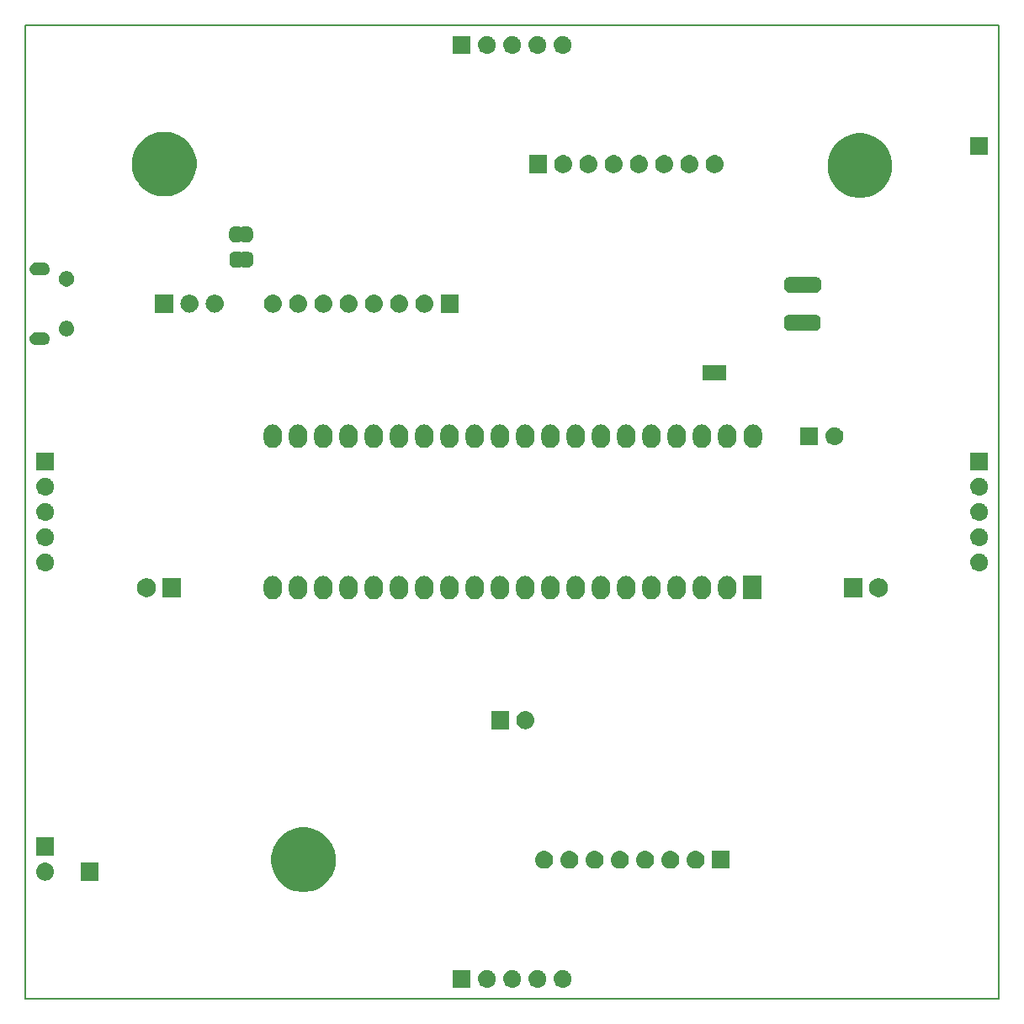
<source format=gbr>
G04 #@! TF.GenerationSoftware,KiCad,Pcbnew,5.0.1+dfsg1-3*
G04 #@! TF.CreationDate,2018-12-12T18:27:28+01:00*
G04 #@! TF.ProjectId,BitkanoneV2,4269746B616E6F6E6556322E6B696361,2.0*
G04 #@! TF.SameCoordinates,Original*
G04 #@! TF.FileFunction,Soldermask,Bot*
G04 #@! TF.FilePolarity,Negative*
%FSLAX46Y46*%
G04 Gerber Fmt 4.6, Leading zero omitted, Abs format (unit mm)*
G04 Created by KiCad (PCBNEW 5.0.1+dfsg1-3) date Mi 12 Dez 2018 18:27:28 CET*
%MOMM*%
%LPD*%
G01*
G04 APERTURE LIST*
%ADD10C,0.150000*%
G04 APERTURE END LIST*
D10*
X118000000Y-20000000D02*
X20000000Y-20000000D01*
X118000000Y-118000000D02*
X118000000Y-20000000D01*
X20000000Y-118000000D02*
X118000000Y-118000000D01*
X20000000Y-20000000D02*
X20000000Y-118000000D01*
G36*
X74190442Y-115095518D02*
X74256627Y-115102037D01*
X74369853Y-115136384D01*
X74426467Y-115153557D01*
X74565087Y-115227652D01*
X74582991Y-115237222D01*
X74618729Y-115266552D01*
X74720186Y-115349814D01*
X74803448Y-115451271D01*
X74832778Y-115487009D01*
X74832779Y-115487011D01*
X74916443Y-115643533D01*
X74916443Y-115643534D01*
X74967963Y-115813373D01*
X74985359Y-115990000D01*
X74967963Y-116166627D01*
X74933616Y-116279853D01*
X74916443Y-116336467D01*
X74842348Y-116475087D01*
X74832778Y-116492991D01*
X74803448Y-116528729D01*
X74720186Y-116630186D01*
X74618729Y-116713448D01*
X74582991Y-116742778D01*
X74582989Y-116742779D01*
X74426467Y-116826443D01*
X74369853Y-116843616D01*
X74256627Y-116877963D01*
X74190442Y-116884482D01*
X74124260Y-116891000D01*
X74035740Y-116891000D01*
X73969558Y-116884482D01*
X73903373Y-116877963D01*
X73790147Y-116843616D01*
X73733533Y-116826443D01*
X73577011Y-116742779D01*
X73577009Y-116742778D01*
X73541271Y-116713448D01*
X73439814Y-116630186D01*
X73356552Y-116528729D01*
X73327222Y-116492991D01*
X73317652Y-116475087D01*
X73243557Y-116336467D01*
X73226384Y-116279853D01*
X73192037Y-116166627D01*
X73174641Y-115990000D01*
X73192037Y-115813373D01*
X73243557Y-115643534D01*
X73243557Y-115643533D01*
X73327221Y-115487011D01*
X73327222Y-115487009D01*
X73356552Y-115451271D01*
X73439814Y-115349814D01*
X73541271Y-115266552D01*
X73577009Y-115237222D01*
X73594913Y-115227652D01*
X73733533Y-115153557D01*
X73790147Y-115136384D01*
X73903373Y-115102037D01*
X73969558Y-115095518D01*
X74035740Y-115089000D01*
X74124260Y-115089000D01*
X74190442Y-115095518D01*
X74190442Y-115095518D01*
G37*
G36*
X71650442Y-115095518D02*
X71716627Y-115102037D01*
X71829853Y-115136384D01*
X71886467Y-115153557D01*
X72025087Y-115227652D01*
X72042991Y-115237222D01*
X72078729Y-115266552D01*
X72180186Y-115349814D01*
X72263448Y-115451271D01*
X72292778Y-115487009D01*
X72292779Y-115487011D01*
X72376443Y-115643533D01*
X72376443Y-115643534D01*
X72427963Y-115813373D01*
X72445359Y-115990000D01*
X72427963Y-116166627D01*
X72393616Y-116279853D01*
X72376443Y-116336467D01*
X72302348Y-116475087D01*
X72292778Y-116492991D01*
X72263448Y-116528729D01*
X72180186Y-116630186D01*
X72078729Y-116713448D01*
X72042991Y-116742778D01*
X72042989Y-116742779D01*
X71886467Y-116826443D01*
X71829853Y-116843616D01*
X71716627Y-116877963D01*
X71650442Y-116884482D01*
X71584260Y-116891000D01*
X71495740Y-116891000D01*
X71429558Y-116884482D01*
X71363373Y-116877963D01*
X71250147Y-116843616D01*
X71193533Y-116826443D01*
X71037011Y-116742779D01*
X71037009Y-116742778D01*
X71001271Y-116713448D01*
X70899814Y-116630186D01*
X70816552Y-116528729D01*
X70787222Y-116492991D01*
X70777652Y-116475087D01*
X70703557Y-116336467D01*
X70686384Y-116279853D01*
X70652037Y-116166627D01*
X70634641Y-115990000D01*
X70652037Y-115813373D01*
X70703557Y-115643534D01*
X70703557Y-115643533D01*
X70787221Y-115487011D01*
X70787222Y-115487009D01*
X70816552Y-115451271D01*
X70899814Y-115349814D01*
X71001271Y-115266552D01*
X71037009Y-115237222D01*
X71054913Y-115227652D01*
X71193533Y-115153557D01*
X71250147Y-115136384D01*
X71363373Y-115102037D01*
X71429558Y-115095518D01*
X71495740Y-115089000D01*
X71584260Y-115089000D01*
X71650442Y-115095518D01*
X71650442Y-115095518D01*
G37*
G36*
X64821000Y-116891000D02*
X63019000Y-116891000D01*
X63019000Y-115089000D01*
X64821000Y-115089000D01*
X64821000Y-116891000D01*
X64821000Y-116891000D01*
G37*
G36*
X69110442Y-115095518D02*
X69176627Y-115102037D01*
X69289853Y-115136384D01*
X69346467Y-115153557D01*
X69485087Y-115227652D01*
X69502991Y-115237222D01*
X69538729Y-115266552D01*
X69640186Y-115349814D01*
X69723448Y-115451271D01*
X69752778Y-115487009D01*
X69752779Y-115487011D01*
X69836443Y-115643533D01*
X69836443Y-115643534D01*
X69887963Y-115813373D01*
X69905359Y-115990000D01*
X69887963Y-116166627D01*
X69853616Y-116279853D01*
X69836443Y-116336467D01*
X69762348Y-116475087D01*
X69752778Y-116492991D01*
X69723448Y-116528729D01*
X69640186Y-116630186D01*
X69538729Y-116713448D01*
X69502991Y-116742778D01*
X69502989Y-116742779D01*
X69346467Y-116826443D01*
X69289853Y-116843616D01*
X69176627Y-116877963D01*
X69110442Y-116884482D01*
X69044260Y-116891000D01*
X68955740Y-116891000D01*
X68889558Y-116884482D01*
X68823373Y-116877963D01*
X68710147Y-116843616D01*
X68653533Y-116826443D01*
X68497011Y-116742779D01*
X68497009Y-116742778D01*
X68461271Y-116713448D01*
X68359814Y-116630186D01*
X68276552Y-116528729D01*
X68247222Y-116492991D01*
X68237652Y-116475087D01*
X68163557Y-116336467D01*
X68146384Y-116279853D01*
X68112037Y-116166627D01*
X68094641Y-115990000D01*
X68112037Y-115813373D01*
X68163557Y-115643534D01*
X68163557Y-115643533D01*
X68247221Y-115487011D01*
X68247222Y-115487009D01*
X68276552Y-115451271D01*
X68359814Y-115349814D01*
X68461271Y-115266552D01*
X68497009Y-115237222D01*
X68514913Y-115227652D01*
X68653533Y-115153557D01*
X68710147Y-115136384D01*
X68823373Y-115102037D01*
X68889558Y-115095518D01*
X68955740Y-115089000D01*
X69044260Y-115089000D01*
X69110442Y-115095518D01*
X69110442Y-115095518D01*
G37*
G36*
X66570442Y-115095518D02*
X66636627Y-115102037D01*
X66749853Y-115136384D01*
X66806467Y-115153557D01*
X66945087Y-115227652D01*
X66962991Y-115237222D01*
X66998729Y-115266552D01*
X67100186Y-115349814D01*
X67183448Y-115451271D01*
X67212778Y-115487009D01*
X67212779Y-115487011D01*
X67296443Y-115643533D01*
X67296443Y-115643534D01*
X67347963Y-115813373D01*
X67365359Y-115990000D01*
X67347963Y-116166627D01*
X67313616Y-116279853D01*
X67296443Y-116336467D01*
X67222348Y-116475087D01*
X67212778Y-116492991D01*
X67183448Y-116528729D01*
X67100186Y-116630186D01*
X66998729Y-116713448D01*
X66962991Y-116742778D01*
X66962989Y-116742779D01*
X66806467Y-116826443D01*
X66749853Y-116843616D01*
X66636627Y-116877963D01*
X66570442Y-116884482D01*
X66504260Y-116891000D01*
X66415740Y-116891000D01*
X66349558Y-116884482D01*
X66283373Y-116877963D01*
X66170147Y-116843616D01*
X66113533Y-116826443D01*
X65957011Y-116742779D01*
X65957009Y-116742778D01*
X65921271Y-116713448D01*
X65819814Y-116630186D01*
X65736552Y-116528729D01*
X65707222Y-116492991D01*
X65697652Y-116475087D01*
X65623557Y-116336467D01*
X65606384Y-116279853D01*
X65572037Y-116166627D01*
X65554641Y-115990000D01*
X65572037Y-115813373D01*
X65623557Y-115643534D01*
X65623557Y-115643533D01*
X65707221Y-115487011D01*
X65707222Y-115487009D01*
X65736552Y-115451271D01*
X65819814Y-115349814D01*
X65921271Y-115266552D01*
X65957009Y-115237222D01*
X65974913Y-115227652D01*
X66113533Y-115153557D01*
X66170147Y-115136384D01*
X66283373Y-115102037D01*
X66349558Y-115095518D01*
X66415740Y-115089000D01*
X66504260Y-115089000D01*
X66570442Y-115095518D01*
X66570442Y-115095518D01*
G37*
G36*
X48634239Y-100811467D02*
X48948282Y-100873934D01*
X49539926Y-101119001D01*
X49829523Y-101312504D01*
X50072395Y-101474786D01*
X50525214Y-101927605D01*
X50525216Y-101927608D01*
X50880999Y-102460074D01*
X51002724Y-102753944D01*
X51126066Y-103051719D01*
X51251000Y-103679803D01*
X51251000Y-104320197D01*
X51214640Y-104502989D01*
X51126066Y-104948282D01*
X50880999Y-105539926D01*
X50608480Y-105947779D01*
X50525214Y-106072395D01*
X50072395Y-106525214D01*
X50072392Y-106525216D01*
X49539926Y-106880999D01*
X48948282Y-107126066D01*
X48634239Y-107188533D01*
X48320197Y-107251000D01*
X47679803Y-107251000D01*
X47365761Y-107188533D01*
X47051718Y-107126066D01*
X46460074Y-106880999D01*
X45927608Y-106525216D01*
X45927605Y-106525214D01*
X45474786Y-106072395D01*
X45391520Y-105947779D01*
X45119001Y-105539926D01*
X44873934Y-104948282D01*
X44785360Y-104502989D01*
X44749000Y-104320197D01*
X44749000Y-103679803D01*
X44873934Y-103051719D01*
X44997276Y-102753944D01*
X45119001Y-102460074D01*
X45474784Y-101927608D01*
X45474786Y-101927605D01*
X45927605Y-101474786D01*
X46170477Y-101312504D01*
X46460074Y-101119001D01*
X47051718Y-100873934D01*
X47365761Y-100811467D01*
X47679803Y-100749000D01*
X48320197Y-100749000D01*
X48634239Y-100811467D01*
X48634239Y-100811467D01*
G37*
G36*
X27406800Y-106096000D02*
X25604800Y-106096000D01*
X25604800Y-104294000D01*
X27406800Y-104294000D01*
X27406800Y-106096000D01*
X27406800Y-106096000D01*
G37*
G36*
X22120442Y-104300518D02*
X22186627Y-104307037D01*
X22299853Y-104341384D01*
X22356467Y-104358557D01*
X22495087Y-104432652D01*
X22512991Y-104442222D01*
X22548729Y-104471552D01*
X22650186Y-104554814D01*
X22720247Y-104640185D01*
X22762778Y-104692009D01*
X22762779Y-104692011D01*
X22846443Y-104848533D01*
X22846443Y-104848534D01*
X22897963Y-105018373D01*
X22915359Y-105195000D01*
X22897963Y-105371627D01*
X22886456Y-105409560D01*
X22846443Y-105541467D01*
X22787021Y-105652636D01*
X22762778Y-105697991D01*
X22733448Y-105733729D01*
X22650186Y-105835186D01*
X22558189Y-105910685D01*
X22512991Y-105947778D01*
X22512989Y-105947779D01*
X22356467Y-106031443D01*
X22303962Y-106047370D01*
X22186627Y-106082963D01*
X22120442Y-106089482D01*
X22054260Y-106096000D01*
X21965740Y-106096000D01*
X21899558Y-106089482D01*
X21833373Y-106082963D01*
X21716038Y-106047370D01*
X21663533Y-106031443D01*
X21507011Y-105947779D01*
X21507009Y-105947778D01*
X21461811Y-105910685D01*
X21369814Y-105835186D01*
X21286552Y-105733729D01*
X21257222Y-105697991D01*
X21232979Y-105652636D01*
X21173557Y-105541467D01*
X21133544Y-105409560D01*
X21122037Y-105371627D01*
X21104641Y-105195000D01*
X21122037Y-105018373D01*
X21173557Y-104848534D01*
X21173557Y-104848533D01*
X21257221Y-104692011D01*
X21257222Y-104692009D01*
X21299753Y-104640185D01*
X21369814Y-104554814D01*
X21471271Y-104471552D01*
X21507009Y-104442222D01*
X21524913Y-104432652D01*
X21663533Y-104358557D01*
X21720147Y-104341384D01*
X21833373Y-104307037D01*
X21899558Y-104300518D01*
X21965740Y-104294000D01*
X22054260Y-104294000D01*
X22120442Y-104300518D01*
X22120442Y-104300518D01*
G37*
G36*
X90901000Y-104901000D02*
X89099000Y-104901000D01*
X89099000Y-103099000D01*
X90901000Y-103099000D01*
X90901000Y-104901000D01*
X90901000Y-104901000D01*
G37*
G36*
X87570442Y-103105518D02*
X87636627Y-103112037D01*
X87749853Y-103146384D01*
X87806467Y-103163557D01*
X87945087Y-103237652D01*
X87962991Y-103247222D01*
X87998729Y-103276552D01*
X88100186Y-103359814D01*
X88183448Y-103461271D01*
X88212778Y-103497009D01*
X88212779Y-103497011D01*
X88296443Y-103653533D01*
X88296443Y-103653534D01*
X88347963Y-103823373D01*
X88365359Y-104000000D01*
X88347963Y-104176627D01*
X88314331Y-104287496D01*
X88296443Y-104346467D01*
X88245260Y-104442222D01*
X88212778Y-104502991D01*
X88183448Y-104538729D01*
X88100186Y-104640186D01*
X87998729Y-104723448D01*
X87962991Y-104752778D01*
X87962989Y-104752779D01*
X87806467Y-104836443D01*
X87749853Y-104853616D01*
X87636627Y-104887963D01*
X87570442Y-104894482D01*
X87504260Y-104901000D01*
X87415740Y-104901000D01*
X87349558Y-104894482D01*
X87283373Y-104887963D01*
X87170147Y-104853616D01*
X87113533Y-104836443D01*
X86957011Y-104752779D01*
X86957009Y-104752778D01*
X86921271Y-104723448D01*
X86819814Y-104640186D01*
X86736552Y-104538729D01*
X86707222Y-104502991D01*
X86674740Y-104442222D01*
X86623557Y-104346467D01*
X86605669Y-104287496D01*
X86572037Y-104176627D01*
X86554641Y-104000000D01*
X86572037Y-103823373D01*
X86623557Y-103653534D01*
X86623557Y-103653533D01*
X86707221Y-103497011D01*
X86707222Y-103497009D01*
X86736552Y-103461271D01*
X86819814Y-103359814D01*
X86921271Y-103276552D01*
X86957009Y-103247222D01*
X86974913Y-103237652D01*
X87113533Y-103163557D01*
X87170147Y-103146384D01*
X87283373Y-103112037D01*
X87349558Y-103105518D01*
X87415740Y-103099000D01*
X87504260Y-103099000D01*
X87570442Y-103105518D01*
X87570442Y-103105518D01*
G37*
G36*
X85030442Y-103105518D02*
X85096627Y-103112037D01*
X85209853Y-103146384D01*
X85266467Y-103163557D01*
X85405087Y-103237652D01*
X85422991Y-103247222D01*
X85458729Y-103276552D01*
X85560186Y-103359814D01*
X85643448Y-103461271D01*
X85672778Y-103497009D01*
X85672779Y-103497011D01*
X85756443Y-103653533D01*
X85756443Y-103653534D01*
X85807963Y-103823373D01*
X85825359Y-104000000D01*
X85807963Y-104176627D01*
X85774331Y-104287496D01*
X85756443Y-104346467D01*
X85705260Y-104442222D01*
X85672778Y-104502991D01*
X85643448Y-104538729D01*
X85560186Y-104640186D01*
X85458729Y-104723448D01*
X85422991Y-104752778D01*
X85422989Y-104752779D01*
X85266467Y-104836443D01*
X85209853Y-104853616D01*
X85096627Y-104887963D01*
X85030442Y-104894482D01*
X84964260Y-104901000D01*
X84875740Y-104901000D01*
X84809558Y-104894482D01*
X84743373Y-104887963D01*
X84630147Y-104853616D01*
X84573533Y-104836443D01*
X84417011Y-104752779D01*
X84417009Y-104752778D01*
X84381271Y-104723448D01*
X84279814Y-104640186D01*
X84196552Y-104538729D01*
X84167222Y-104502991D01*
X84134740Y-104442222D01*
X84083557Y-104346467D01*
X84065669Y-104287496D01*
X84032037Y-104176627D01*
X84014641Y-104000000D01*
X84032037Y-103823373D01*
X84083557Y-103653534D01*
X84083557Y-103653533D01*
X84167221Y-103497011D01*
X84167222Y-103497009D01*
X84196552Y-103461271D01*
X84279814Y-103359814D01*
X84381271Y-103276552D01*
X84417009Y-103247222D01*
X84434913Y-103237652D01*
X84573533Y-103163557D01*
X84630147Y-103146384D01*
X84743373Y-103112037D01*
X84809558Y-103105518D01*
X84875740Y-103099000D01*
X84964260Y-103099000D01*
X85030442Y-103105518D01*
X85030442Y-103105518D01*
G37*
G36*
X79950442Y-103105518D02*
X80016627Y-103112037D01*
X80129853Y-103146384D01*
X80186467Y-103163557D01*
X80325087Y-103237652D01*
X80342991Y-103247222D01*
X80378729Y-103276552D01*
X80480186Y-103359814D01*
X80563448Y-103461271D01*
X80592778Y-103497009D01*
X80592779Y-103497011D01*
X80676443Y-103653533D01*
X80676443Y-103653534D01*
X80727963Y-103823373D01*
X80745359Y-104000000D01*
X80727963Y-104176627D01*
X80694331Y-104287496D01*
X80676443Y-104346467D01*
X80625260Y-104442222D01*
X80592778Y-104502991D01*
X80563448Y-104538729D01*
X80480186Y-104640186D01*
X80378729Y-104723448D01*
X80342991Y-104752778D01*
X80342989Y-104752779D01*
X80186467Y-104836443D01*
X80129853Y-104853616D01*
X80016627Y-104887963D01*
X79950442Y-104894482D01*
X79884260Y-104901000D01*
X79795740Y-104901000D01*
X79729558Y-104894482D01*
X79663373Y-104887963D01*
X79550147Y-104853616D01*
X79493533Y-104836443D01*
X79337011Y-104752779D01*
X79337009Y-104752778D01*
X79301271Y-104723448D01*
X79199814Y-104640186D01*
X79116552Y-104538729D01*
X79087222Y-104502991D01*
X79054740Y-104442222D01*
X79003557Y-104346467D01*
X78985669Y-104287496D01*
X78952037Y-104176627D01*
X78934641Y-104000000D01*
X78952037Y-103823373D01*
X79003557Y-103653534D01*
X79003557Y-103653533D01*
X79087221Y-103497011D01*
X79087222Y-103497009D01*
X79116552Y-103461271D01*
X79199814Y-103359814D01*
X79301271Y-103276552D01*
X79337009Y-103247222D01*
X79354913Y-103237652D01*
X79493533Y-103163557D01*
X79550147Y-103146384D01*
X79663373Y-103112037D01*
X79729558Y-103105518D01*
X79795740Y-103099000D01*
X79884260Y-103099000D01*
X79950442Y-103105518D01*
X79950442Y-103105518D01*
G37*
G36*
X77410442Y-103105518D02*
X77476627Y-103112037D01*
X77589853Y-103146384D01*
X77646467Y-103163557D01*
X77785087Y-103237652D01*
X77802991Y-103247222D01*
X77838729Y-103276552D01*
X77940186Y-103359814D01*
X78023448Y-103461271D01*
X78052778Y-103497009D01*
X78052779Y-103497011D01*
X78136443Y-103653533D01*
X78136443Y-103653534D01*
X78187963Y-103823373D01*
X78205359Y-104000000D01*
X78187963Y-104176627D01*
X78154331Y-104287496D01*
X78136443Y-104346467D01*
X78085260Y-104442222D01*
X78052778Y-104502991D01*
X78023448Y-104538729D01*
X77940186Y-104640186D01*
X77838729Y-104723448D01*
X77802991Y-104752778D01*
X77802989Y-104752779D01*
X77646467Y-104836443D01*
X77589853Y-104853616D01*
X77476627Y-104887963D01*
X77410442Y-104894482D01*
X77344260Y-104901000D01*
X77255740Y-104901000D01*
X77189558Y-104894482D01*
X77123373Y-104887963D01*
X77010147Y-104853616D01*
X76953533Y-104836443D01*
X76797011Y-104752779D01*
X76797009Y-104752778D01*
X76761271Y-104723448D01*
X76659814Y-104640186D01*
X76576552Y-104538729D01*
X76547222Y-104502991D01*
X76514740Y-104442222D01*
X76463557Y-104346467D01*
X76445669Y-104287496D01*
X76412037Y-104176627D01*
X76394641Y-104000000D01*
X76412037Y-103823373D01*
X76463557Y-103653534D01*
X76463557Y-103653533D01*
X76547221Y-103497011D01*
X76547222Y-103497009D01*
X76576552Y-103461271D01*
X76659814Y-103359814D01*
X76761271Y-103276552D01*
X76797009Y-103247222D01*
X76814913Y-103237652D01*
X76953533Y-103163557D01*
X77010147Y-103146384D01*
X77123373Y-103112037D01*
X77189558Y-103105518D01*
X77255740Y-103099000D01*
X77344260Y-103099000D01*
X77410442Y-103105518D01*
X77410442Y-103105518D01*
G37*
G36*
X74870442Y-103105518D02*
X74936627Y-103112037D01*
X75049853Y-103146384D01*
X75106467Y-103163557D01*
X75245087Y-103237652D01*
X75262991Y-103247222D01*
X75298729Y-103276552D01*
X75400186Y-103359814D01*
X75483448Y-103461271D01*
X75512778Y-103497009D01*
X75512779Y-103497011D01*
X75596443Y-103653533D01*
X75596443Y-103653534D01*
X75647963Y-103823373D01*
X75665359Y-104000000D01*
X75647963Y-104176627D01*
X75614331Y-104287496D01*
X75596443Y-104346467D01*
X75545260Y-104442222D01*
X75512778Y-104502991D01*
X75483448Y-104538729D01*
X75400186Y-104640186D01*
X75298729Y-104723448D01*
X75262991Y-104752778D01*
X75262989Y-104752779D01*
X75106467Y-104836443D01*
X75049853Y-104853616D01*
X74936627Y-104887963D01*
X74870442Y-104894482D01*
X74804260Y-104901000D01*
X74715740Y-104901000D01*
X74649558Y-104894482D01*
X74583373Y-104887963D01*
X74470147Y-104853616D01*
X74413533Y-104836443D01*
X74257011Y-104752779D01*
X74257009Y-104752778D01*
X74221271Y-104723448D01*
X74119814Y-104640186D01*
X74036552Y-104538729D01*
X74007222Y-104502991D01*
X73974740Y-104442222D01*
X73923557Y-104346467D01*
X73905669Y-104287496D01*
X73872037Y-104176627D01*
X73854641Y-104000000D01*
X73872037Y-103823373D01*
X73923557Y-103653534D01*
X73923557Y-103653533D01*
X74007221Y-103497011D01*
X74007222Y-103497009D01*
X74036552Y-103461271D01*
X74119814Y-103359814D01*
X74221271Y-103276552D01*
X74257009Y-103247222D01*
X74274913Y-103237652D01*
X74413533Y-103163557D01*
X74470147Y-103146384D01*
X74583373Y-103112037D01*
X74649558Y-103105518D01*
X74715740Y-103099000D01*
X74804260Y-103099000D01*
X74870442Y-103105518D01*
X74870442Y-103105518D01*
G37*
G36*
X72330442Y-103105518D02*
X72396627Y-103112037D01*
X72509853Y-103146384D01*
X72566467Y-103163557D01*
X72705087Y-103237652D01*
X72722991Y-103247222D01*
X72758729Y-103276552D01*
X72860186Y-103359814D01*
X72943448Y-103461271D01*
X72972778Y-103497009D01*
X72972779Y-103497011D01*
X73056443Y-103653533D01*
X73056443Y-103653534D01*
X73107963Y-103823373D01*
X73125359Y-104000000D01*
X73107963Y-104176627D01*
X73074331Y-104287496D01*
X73056443Y-104346467D01*
X73005260Y-104442222D01*
X72972778Y-104502991D01*
X72943448Y-104538729D01*
X72860186Y-104640186D01*
X72758729Y-104723448D01*
X72722991Y-104752778D01*
X72722989Y-104752779D01*
X72566467Y-104836443D01*
X72509853Y-104853616D01*
X72396627Y-104887963D01*
X72330442Y-104894482D01*
X72264260Y-104901000D01*
X72175740Y-104901000D01*
X72109558Y-104894482D01*
X72043373Y-104887963D01*
X71930147Y-104853616D01*
X71873533Y-104836443D01*
X71717011Y-104752779D01*
X71717009Y-104752778D01*
X71681271Y-104723448D01*
X71579814Y-104640186D01*
X71496552Y-104538729D01*
X71467222Y-104502991D01*
X71434740Y-104442222D01*
X71383557Y-104346467D01*
X71365669Y-104287496D01*
X71332037Y-104176627D01*
X71314641Y-104000000D01*
X71332037Y-103823373D01*
X71383557Y-103653534D01*
X71383557Y-103653533D01*
X71467221Y-103497011D01*
X71467222Y-103497009D01*
X71496552Y-103461271D01*
X71579814Y-103359814D01*
X71681271Y-103276552D01*
X71717009Y-103247222D01*
X71734913Y-103237652D01*
X71873533Y-103163557D01*
X71930147Y-103146384D01*
X72043373Y-103112037D01*
X72109558Y-103105518D01*
X72175740Y-103099000D01*
X72264260Y-103099000D01*
X72330442Y-103105518D01*
X72330442Y-103105518D01*
G37*
G36*
X82490442Y-103105518D02*
X82556627Y-103112037D01*
X82669853Y-103146384D01*
X82726467Y-103163557D01*
X82865087Y-103237652D01*
X82882991Y-103247222D01*
X82918729Y-103276552D01*
X83020186Y-103359814D01*
X83103448Y-103461271D01*
X83132778Y-103497009D01*
X83132779Y-103497011D01*
X83216443Y-103653533D01*
X83216443Y-103653534D01*
X83267963Y-103823373D01*
X83285359Y-104000000D01*
X83267963Y-104176627D01*
X83234331Y-104287496D01*
X83216443Y-104346467D01*
X83165260Y-104442222D01*
X83132778Y-104502991D01*
X83103448Y-104538729D01*
X83020186Y-104640186D01*
X82918729Y-104723448D01*
X82882991Y-104752778D01*
X82882989Y-104752779D01*
X82726467Y-104836443D01*
X82669853Y-104853616D01*
X82556627Y-104887963D01*
X82490442Y-104894482D01*
X82424260Y-104901000D01*
X82335740Y-104901000D01*
X82269558Y-104894482D01*
X82203373Y-104887963D01*
X82090147Y-104853616D01*
X82033533Y-104836443D01*
X81877011Y-104752779D01*
X81877009Y-104752778D01*
X81841271Y-104723448D01*
X81739814Y-104640186D01*
X81656552Y-104538729D01*
X81627222Y-104502991D01*
X81594740Y-104442222D01*
X81543557Y-104346467D01*
X81525669Y-104287496D01*
X81492037Y-104176627D01*
X81474641Y-104000000D01*
X81492037Y-103823373D01*
X81543557Y-103653534D01*
X81543557Y-103653533D01*
X81627221Y-103497011D01*
X81627222Y-103497009D01*
X81656552Y-103461271D01*
X81739814Y-103359814D01*
X81841271Y-103276552D01*
X81877009Y-103247222D01*
X81894913Y-103237652D01*
X82033533Y-103163557D01*
X82090147Y-103146384D01*
X82203373Y-103112037D01*
X82269558Y-103105518D01*
X82335740Y-103099000D01*
X82424260Y-103099000D01*
X82490442Y-103105518D01*
X82490442Y-103105518D01*
G37*
G36*
X22911000Y-103556000D02*
X21109000Y-103556000D01*
X21109000Y-101754000D01*
X22911000Y-101754000D01*
X22911000Y-103556000D01*
X22911000Y-103556000D01*
G37*
G36*
X68681800Y-90856000D02*
X66879800Y-90856000D01*
X66879800Y-89054000D01*
X68681800Y-89054000D01*
X68681800Y-90856000D01*
X68681800Y-90856000D01*
G37*
G36*
X70431242Y-89060518D02*
X70497427Y-89067037D01*
X70610653Y-89101384D01*
X70667267Y-89118557D01*
X70805887Y-89192652D01*
X70823791Y-89202222D01*
X70859529Y-89231552D01*
X70960986Y-89314814D01*
X71044248Y-89416271D01*
X71073578Y-89452009D01*
X71073579Y-89452011D01*
X71157243Y-89608533D01*
X71157243Y-89608534D01*
X71208763Y-89778373D01*
X71226159Y-89955000D01*
X71208763Y-90131627D01*
X71174416Y-90244853D01*
X71157243Y-90301467D01*
X71083148Y-90440087D01*
X71073578Y-90457991D01*
X71044248Y-90493729D01*
X70960986Y-90595186D01*
X70859529Y-90678448D01*
X70823791Y-90707778D01*
X70823789Y-90707779D01*
X70667267Y-90791443D01*
X70610653Y-90808616D01*
X70497427Y-90842963D01*
X70431242Y-90849482D01*
X70365060Y-90856000D01*
X70276540Y-90856000D01*
X70210358Y-90849482D01*
X70144173Y-90842963D01*
X70030947Y-90808616D01*
X69974333Y-90791443D01*
X69817811Y-90707779D01*
X69817809Y-90707778D01*
X69782071Y-90678448D01*
X69680614Y-90595186D01*
X69597352Y-90493729D01*
X69568022Y-90457991D01*
X69558452Y-90440087D01*
X69484357Y-90301467D01*
X69467184Y-90244853D01*
X69432837Y-90131627D01*
X69415441Y-89955000D01*
X69432837Y-89778373D01*
X69484357Y-89608534D01*
X69484357Y-89608533D01*
X69568021Y-89452011D01*
X69568022Y-89452009D01*
X69597352Y-89416271D01*
X69680614Y-89314814D01*
X69782071Y-89231552D01*
X69817809Y-89202222D01*
X69835713Y-89192652D01*
X69974333Y-89118557D01*
X70030947Y-89101384D01*
X70144173Y-89067037D01*
X70210358Y-89060518D01*
X70276540Y-89054000D01*
X70365060Y-89054000D01*
X70431242Y-89060518D01*
X70431242Y-89060518D01*
G37*
G36*
X47640094Y-75457233D02*
X47812494Y-75509531D01*
X47812496Y-75509532D01*
X47971383Y-75594459D01*
X47971385Y-75594460D01*
X47971384Y-75594460D01*
X48110649Y-75708751D01*
X48224942Y-75848017D01*
X48309869Y-76006905D01*
X48362167Y-76179307D01*
X48375400Y-76313670D01*
X48375400Y-76926331D01*
X48362167Y-77060694D01*
X48311952Y-77226227D01*
X48309868Y-77233096D01*
X48224942Y-77391982D01*
X48224940Y-77391984D01*
X48110649Y-77531249D01*
X47971383Y-77645542D01*
X47812495Y-77730469D01*
X47640093Y-77782767D01*
X47460800Y-77800425D01*
X47281506Y-77782767D01*
X47109106Y-77730469D01*
X47109104Y-77730468D01*
X46950217Y-77645541D01*
X46810951Y-77531249D01*
X46696658Y-77391983D01*
X46611731Y-77233095D01*
X46559433Y-77060693D01*
X46546200Y-76926330D01*
X46546200Y-76313669D01*
X46559433Y-76179306D01*
X46611731Y-76006906D01*
X46696660Y-75848016D01*
X46810952Y-75708751D01*
X46950217Y-75594460D01*
X46950216Y-75594460D01*
X46950218Y-75594459D01*
X47109105Y-75509532D01*
X47109107Y-75509531D01*
X47281507Y-75457233D01*
X47460800Y-75439575D01*
X47640094Y-75457233D01*
X47640094Y-75457233D01*
G37*
G36*
X85740094Y-75457233D02*
X85912494Y-75509531D01*
X85912496Y-75509532D01*
X86071383Y-75594459D01*
X86071385Y-75594460D01*
X86071384Y-75594460D01*
X86210649Y-75708751D01*
X86324942Y-75848017D01*
X86409869Y-76006905D01*
X86462167Y-76179307D01*
X86475400Y-76313670D01*
X86475400Y-76926331D01*
X86462167Y-77060694D01*
X86411952Y-77226227D01*
X86409868Y-77233096D01*
X86324942Y-77391982D01*
X86324940Y-77391984D01*
X86210649Y-77531249D01*
X86071383Y-77645542D01*
X85912495Y-77730469D01*
X85740093Y-77782767D01*
X85560800Y-77800425D01*
X85381506Y-77782767D01*
X85209106Y-77730469D01*
X85209104Y-77730468D01*
X85050217Y-77645541D01*
X84910951Y-77531249D01*
X84796658Y-77391983D01*
X84711731Y-77233095D01*
X84659433Y-77060693D01*
X84646200Y-76926330D01*
X84646200Y-76313669D01*
X84659433Y-76179306D01*
X84711731Y-76006906D01*
X84796660Y-75848016D01*
X84910952Y-75708751D01*
X85050217Y-75594460D01*
X85050216Y-75594460D01*
X85050218Y-75594459D01*
X85209105Y-75509532D01*
X85209107Y-75509531D01*
X85381507Y-75457233D01*
X85560800Y-75439575D01*
X85740094Y-75457233D01*
X85740094Y-75457233D01*
G37*
G36*
X90820094Y-75457233D02*
X90992494Y-75509531D01*
X90992496Y-75509532D01*
X91151383Y-75594459D01*
X91151385Y-75594460D01*
X91151384Y-75594460D01*
X91290649Y-75708751D01*
X91404942Y-75848017D01*
X91489869Y-76006905D01*
X91542167Y-76179307D01*
X91555400Y-76313670D01*
X91555400Y-76926331D01*
X91542167Y-77060694D01*
X91491952Y-77226227D01*
X91489868Y-77233096D01*
X91404942Y-77391982D01*
X91404940Y-77391984D01*
X91290649Y-77531249D01*
X91151383Y-77645542D01*
X90992495Y-77730469D01*
X90820093Y-77782767D01*
X90640800Y-77800425D01*
X90461506Y-77782767D01*
X90289106Y-77730469D01*
X90289104Y-77730468D01*
X90130217Y-77645541D01*
X89990951Y-77531249D01*
X89876658Y-77391983D01*
X89791731Y-77233095D01*
X89739433Y-77060693D01*
X89726200Y-76926330D01*
X89726200Y-76313669D01*
X89739433Y-76179306D01*
X89791731Y-76006906D01*
X89876660Y-75848016D01*
X89990952Y-75708751D01*
X90130217Y-75594460D01*
X90130216Y-75594460D01*
X90130218Y-75594459D01*
X90289105Y-75509532D01*
X90289107Y-75509531D01*
X90461507Y-75457233D01*
X90640800Y-75439575D01*
X90820094Y-75457233D01*
X90820094Y-75457233D01*
G37*
G36*
X88280094Y-75457233D02*
X88452494Y-75509531D01*
X88452496Y-75509532D01*
X88611383Y-75594459D01*
X88611385Y-75594460D01*
X88611384Y-75594460D01*
X88750649Y-75708751D01*
X88864942Y-75848017D01*
X88949869Y-76006905D01*
X89002167Y-76179307D01*
X89015400Y-76313670D01*
X89015400Y-76926331D01*
X89002167Y-77060694D01*
X88951952Y-77226227D01*
X88949868Y-77233096D01*
X88864942Y-77391982D01*
X88864940Y-77391984D01*
X88750649Y-77531249D01*
X88611383Y-77645542D01*
X88452495Y-77730469D01*
X88280093Y-77782767D01*
X88100800Y-77800425D01*
X87921506Y-77782767D01*
X87749106Y-77730469D01*
X87749104Y-77730468D01*
X87590217Y-77645541D01*
X87450951Y-77531249D01*
X87336658Y-77391983D01*
X87251731Y-77233095D01*
X87199433Y-77060693D01*
X87186200Y-76926330D01*
X87186200Y-76313669D01*
X87199433Y-76179306D01*
X87251731Y-76006906D01*
X87336660Y-75848016D01*
X87450952Y-75708751D01*
X87590217Y-75594460D01*
X87590216Y-75594460D01*
X87590218Y-75594459D01*
X87749105Y-75509532D01*
X87749107Y-75509531D01*
X87921507Y-75457233D01*
X88100800Y-75439575D01*
X88280094Y-75457233D01*
X88280094Y-75457233D01*
G37*
G36*
X45100094Y-75457233D02*
X45272494Y-75509531D01*
X45272496Y-75509532D01*
X45431383Y-75594459D01*
X45431385Y-75594460D01*
X45431384Y-75594460D01*
X45570649Y-75708751D01*
X45684942Y-75848017D01*
X45769869Y-76006905D01*
X45822167Y-76179307D01*
X45835400Y-76313670D01*
X45835400Y-76926331D01*
X45822167Y-77060694D01*
X45771952Y-77226227D01*
X45769868Y-77233096D01*
X45684942Y-77391982D01*
X45684940Y-77391984D01*
X45570649Y-77531249D01*
X45431383Y-77645542D01*
X45272495Y-77730469D01*
X45100093Y-77782767D01*
X44920800Y-77800425D01*
X44741506Y-77782767D01*
X44569106Y-77730469D01*
X44569104Y-77730468D01*
X44410217Y-77645541D01*
X44270951Y-77531249D01*
X44156658Y-77391983D01*
X44071731Y-77233095D01*
X44019433Y-77060693D01*
X44006200Y-76926330D01*
X44006200Y-76313669D01*
X44019433Y-76179306D01*
X44071731Y-76006906D01*
X44156660Y-75848016D01*
X44270952Y-75708751D01*
X44410217Y-75594460D01*
X44410216Y-75594460D01*
X44410218Y-75594459D01*
X44569105Y-75509532D01*
X44569107Y-75509531D01*
X44741507Y-75457233D01*
X44920800Y-75439575D01*
X45100094Y-75457233D01*
X45100094Y-75457233D01*
G37*
G36*
X50180094Y-75457233D02*
X50352494Y-75509531D01*
X50352496Y-75509532D01*
X50511383Y-75594459D01*
X50511385Y-75594460D01*
X50511384Y-75594460D01*
X50650649Y-75708751D01*
X50764942Y-75848017D01*
X50849869Y-76006905D01*
X50902167Y-76179307D01*
X50915400Y-76313670D01*
X50915400Y-76926331D01*
X50902167Y-77060694D01*
X50851952Y-77226227D01*
X50849868Y-77233096D01*
X50764942Y-77391982D01*
X50764940Y-77391984D01*
X50650649Y-77531249D01*
X50511383Y-77645542D01*
X50352495Y-77730469D01*
X50180093Y-77782767D01*
X50000800Y-77800425D01*
X49821506Y-77782767D01*
X49649106Y-77730469D01*
X49649104Y-77730468D01*
X49490217Y-77645541D01*
X49350951Y-77531249D01*
X49236658Y-77391983D01*
X49151731Y-77233095D01*
X49099433Y-77060693D01*
X49086200Y-76926330D01*
X49086200Y-76313669D01*
X49099433Y-76179306D01*
X49151731Y-76006906D01*
X49236660Y-75848016D01*
X49350952Y-75708751D01*
X49490217Y-75594460D01*
X49490216Y-75594460D01*
X49490218Y-75594459D01*
X49649105Y-75509532D01*
X49649107Y-75509531D01*
X49821507Y-75457233D01*
X50000800Y-75439575D01*
X50180094Y-75457233D01*
X50180094Y-75457233D01*
G37*
G36*
X52720094Y-75457233D02*
X52892494Y-75509531D01*
X52892496Y-75509532D01*
X53051383Y-75594459D01*
X53051385Y-75594460D01*
X53051384Y-75594460D01*
X53190649Y-75708751D01*
X53304942Y-75848017D01*
X53389869Y-76006905D01*
X53442167Y-76179307D01*
X53455400Y-76313670D01*
X53455400Y-76926331D01*
X53442167Y-77060694D01*
X53391952Y-77226227D01*
X53389868Y-77233096D01*
X53304942Y-77391982D01*
X53304940Y-77391984D01*
X53190649Y-77531249D01*
X53051383Y-77645542D01*
X52892495Y-77730469D01*
X52720093Y-77782767D01*
X52540800Y-77800425D01*
X52361506Y-77782767D01*
X52189106Y-77730469D01*
X52189104Y-77730468D01*
X52030217Y-77645541D01*
X51890951Y-77531249D01*
X51776658Y-77391983D01*
X51691731Y-77233095D01*
X51639433Y-77060693D01*
X51626200Y-76926330D01*
X51626200Y-76313669D01*
X51639433Y-76179306D01*
X51691731Y-76006906D01*
X51776660Y-75848016D01*
X51890952Y-75708751D01*
X52030217Y-75594460D01*
X52030216Y-75594460D01*
X52030218Y-75594459D01*
X52189105Y-75509532D01*
X52189107Y-75509531D01*
X52361507Y-75457233D01*
X52540800Y-75439575D01*
X52720094Y-75457233D01*
X52720094Y-75457233D01*
G37*
G36*
X55260094Y-75457233D02*
X55432494Y-75509531D01*
X55432496Y-75509532D01*
X55591383Y-75594459D01*
X55591385Y-75594460D01*
X55591384Y-75594460D01*
X55730649Y-75708751D01*
X55844942Y-75848017D01*
X55929869Y-76006905D01*
X55982167Y-76179307D01*
X55995400Y-76313670D01*
X55995400Y-76926331D01*
X55982167Y-77060694D01*
X55931952Y-77226227D01*
X55929868Y-77233096D01*
X55844942Y-77391982D01*
X55844940Y-77391984D01*
X55730649Y-77531249D01*
X55591383Y-77645542D01*
X55432495Y-77730469D01*
X55260093Y-77782767D01*
X55080800Y-77800425D01*
X54901506Y-77782767D01*
X54729106Y-77730469D01*
X54729104Y-77730468D01*
X54570217Y-77645541D01*
X54430951Y-77531249D01*
X54316658Y-77391983D01*
X54231731Y-77233095D01*
X54179433Y-77060693D01*
X54166200Y-76926330D01*
X54166200Y-76313669D01*
X54179433Y-76179306D01*
X54231731Y-76006906D01*
X54316660Y-75848016D01*
X54430952Y-75708751D01*
X54570217Y-75594460D01*
X54570216Y-75594460D01*
X54570218Y-75594459D01*
X54729105Y-75509532D01*
X54729107Y-75509531D01*
X54901507Y-75457233D01*
X55080800Y-75439575D01*
X55260094Y-75457233D01*
X55260094Y-75457233D01*
G37*
G36*
X57800094Y-75457233D02*
X57972494Y-75509531D01*
X57972496Y-75509532D01*
X58131383Y-75594459D01*
X58131385Y-75594460D01*
X58131384Y-75594460D01*
X58270649Y-75708751D01*
X58384942Y-75848017D01*
X58469869Y-76006905D01*
X58522167Y-76179307D01*
X58535400Y-76313670D01*
X58535400Y-76926331D01*
X58522167Y-77060694D01*
X58471952Y-77226227D01*
X58469868Y-77233096D01*
X58384942Y-77391982D01*
X58384940Y-77391984D01*
X58270649Y-77531249D01*
X58131383Y-77645542D01*
X57972495Y-77730469D01*
X57800093Y-77782767D01*
X57620800Y-77800425D01*
X57441506Y-77782767D01*
X57269106Y-77730469D01*
X57269104Y-77730468D01*
X57110217Y-77645541D01*
X56970951Y-77531249D01*
X56856658Y-77391983D01*
X56771731Y-77233095D01*
X56719433Y-77060693D01*
X56706200Y-76926330D01*
X56706200Y-76313669D01*
X56719433Y-76179306D01*
X56771731Y-76006906D01*
X56856660Y-75848016D01*
X56970952Y-75708751D01*
X57110217Y-75594460D01*
X57110216Y-75594460D01*
X57110218Y-75594459D01*
X57269105Y-75509532D01*
X57269107Y-75509531D01*
X57441507Y-75457233D01*
X57620800Y-75439575D01*
X57800094Y-75457233D01*
X57800094Y-75457233D01*
G37*
G36*
X83200094Y-75457233D02*
X83372494Y-75509531D01*
X83372496Y-75509532D01*
X83531383Y-75594459D01*
X83531385Y-75594460D01*
X83531384Y-75594460D01*
X83670649Y-75708751D01*
X83784942Y-75848017D01*
X83869869Y-76006905D01*
X83922167Y-76179307D01*
X83935400Y-76313670D01*
X83935400Y-76926331D01*
X83922167Y-77060694D01*
X83871952Y-77226227D01*
X83869868Y-77233096D01*
X83784942Y-77391982D01*
X83784940Y-77391984D01*
X83670649Y-77531249D01*
X83531383Y-77645542D01*
X83372495Y-77730469D01*
X83200093Y-77782767D01*
X83020800Y-77800425D01*
X82841506Y-77782767D01*
X82669106Y-77730469D01*
X82669104Y-77730468D01*
X82510217Y-77645541D01*
X82370951Y-77531249D01*
X82256658Y-77391983D01*
X82171731Y-77233095D01*
X82119433Y-77060693D01*
X82106200Y-76926330D01*
X82106200Y-76313669D01*
X82119433Y-76179306D01*
X82171731Y-76006906D01*
X82256660Y-75848016D01*
X82370952Y-75708751D01*
X82510217Y-75594460D01*
X82510216Y-75594460D01*
X82510218Y-75594459D01*
X82669105Y-75509532D01*
X82669107Y-75509531D01*
X82841507Y-75457233D01*
X83020800Y-75439575D01*
X83200094Y-75457233D01*
X83200094Y-75457233D01*
G37*
G36*
X60340094Y-75457233D02*
X60512494Y-75509531D01*
X60512496Y-75509532D01*
X60671383Y-75594459D01*
X60671385Y-75594460D01*
X60671384Y-75594460D01*
X60810649Y-75708751D01*
X60924942Y-75848017D01*
X61009869Y-76006905D01*
X61062167Y-76179307D01*
X61075400Y-76313670D01*
X61075400Y-76926331D01*
X61062167Y-77060694D01*
X61011952Y-77226227D01*
X61009868Y-77233096D01*
X60924942Y-77391982D01*
X60924940Y-77391984D01*
X60810649Y-77531249D01*
X60671383Y-77645542D01*
X60512495Y-77730469D01*
X60340093Y-77782767D01*
X60160800Y-77800425D01*
X59981506Y-77782767D01*
X59809106Y-77730469D01*
X59809104Y-77730468D01*
X59650217Y-77645541D01*
X59510951Y-77531249D01*
X59396658Y-77391983D01*
X59311731Y-77233095D01*
X59259433Y-77060693D01*
X59246200Y-76926330D01*
X59246200Y-76313669D01*
X59259433Y-76179306D01*
X59311731Y-76006906D01*
X59396660Y-75848016D01*
X59510952Y-75708751D01*
X59650217Y-75594460D01*
X59650216Y-75594460D01*
X59650218Y-75594459D01*
X59809105Y-75509532D01*
X59809107Y-75509531D01*
X59981507Y-75457233D01*
X60160800Y-75439575D01*
X60340094Y-75457233D01*
X60340094Y-75457233D01*
G37*
G36*
X75580094Y-75457233D02*
X75752494Y-75509531D01*
X75752496Y-75509532D01*
X75911383Y-75594459D01*
X75911385Y-75594460D01*
X75911384Y-75594460D01*
X76050649Y-75708751D01*
X76164942Y-75848017D01*
X76249869Y-76006905D01*
X76302167Y-76179307D01*
X76315400Y-76313670D01*
X76315400Y-76926331D01*
X76302167Y-77060694D01*
X76251952Y-77226227D01*
X76249868Y-77233096D01*
X76164942Y-77391982D01*
X76164940Y-77391984D01*
X76050649Y-77531249D01*
X75911383Y-77645542D01*
X75752495Y-77730469D01*
X75580093Y-77782767D01*
X75400800Y-77800425D01*
X75221506Y-77782767D01*
X75049106Y-77730469D01*
X75049104Y-77730468D01*
X74890217Y-77645541D01*
X74750951Y-77531249D01*
X74636658Y-77391983D01*
X74551731Y-77233095D01*
X74499433Y-77060693D01*
X74486200Y-76926330D01*
X74486200Y-76313669D01*
X74499433Y-76179306D01*
X74551731Y-76006906D01*
X74636660Y-75848016D01*
X74750952Y-75708751D01*
X74890217Y-75594460D01*
X74890216Y-75594460D01*
X74890218Y-75594459D01*
X75049105Y-75509532D01*
X75049107Y-75509531D01*
X75221507Y-75457233D01*
X75400800Y-75439575D01*
X75580094Y-75457233D01*
X75580094Y-75457233D01*
G37*
G36*
X80660094Y-75457233D02*
X80832494Y-75509531D01*
X80832496Y-75509532D01*
X80991383Y-75594459D01*
X80991385Y-75594460D01*
X80991384Y-75594460D01*
X81130649Y-75708751D01*
X81244942Y-75848017D01*
X81329869Y-76006905D01*
X81382167Y-76179307D01*
X81395400Y-76313670D01*
X81395400Y-76926331D01*
X81382167Y-77060694D01*
X81331952Y-77226227D01*
X81329868Y-77233096D01*
X81244942Y-77391982D01*
X81244940Y-77391984D01*
X81130649Y-77531249D01*
X80991383Y-77645542D01*
X80832495Y-77730469D01*
X80660093Y-77782767D01*
X80480800Y-77800425D01*
X80301506Y-77782767D01*
X80129106Y-77730469D01*
X80129104Y-77730468D01*
X79970217Y-77645541D01*
X79830951Y-77531249D01*
X79716658Y-77391983D01*
X79631731Y-77233095D01*
X79579433Y-77060693D01*
X79566200Y-76926330D01*
X79566200Y-76313669D01*
X79579433Y-76179306D01*
X79631731Y-76006906D01*
X79716660Y-75848016D01*
X79830952Y-75708751D01*
X79970217Y-75594460D01*
X79970216Y-75594460D01*
X79970218Y-75594459D01*
X80129105Y-75509532D01*
X80129107Y-75509531D01*
X80301507Y-75457233D01*
X80480800Y-75439575D01*
X80660094Y-75457233D01*
X80660094Y-75457233D01*
G37*
G36*
X78120094Y-75457233D02*
X78292494Y-75509531D01*
X78292496Y-75509532D01*
X78451383Y-75594459D01*
X78451385Y-75594460D01*
X78451384Y-75594460D01*
X78590649Y-75708751D01*
X78704942Y-75848017D01*
X78789869Y-76006905D01*
X78842167Y-76179307D01*
X78855400Y-76313670D01*
X78855400Y-76926331D01*
X78842167Y-77060694D01*
X78791952Y-77226227D01*
X78789868Y-77233096D01*
X78704942Y-77391982D01*
X78704940Y-77391984D01*
X78590649Y-77531249D01*
X78451383Y-77645542D01*
X78292495Y-77730469D01*
X78120093Y-77782767D01*
X77940800Y-77800425D01*
X77761506Y-77782767D01*
X77589106Y-77730469D01*
X77589104Y-77730468D01*
X77430217Y-77645541D01*
X77290951Y-77531249D01*
X77176658Y-77391983D01*
X77091731Y-77233095D01*
X77039433Y-77060693D01*
X77026200Y-76926330D01*
X77026200Y-76313669D01*
X77039433Y-76179306D01*
X77091731Y-76006906D01*
X77176660Y-75848016D01*
X77290952Y-75708751D01*
X77430217Y-75594460D01*
X77430216Y-75594460D01*
X77430218Y-75594459D01*
X77589105Y-75509532D01*
X77589107Y-75509531D01*
X77761507Y-75457233D01*
X77940800Y-75439575D01*
X78120094Y-75457233D01*
X78120094Y-75457233D01*
G37*
G36*
X73040094Y-75457233D02*
X73212494Y-75509531D01*
X73212496Y-75509532D01*
X73371383Y-75594459D01*
X73371385Y-75594460D01*
X73371384Y-75594460D01*
X73510649Y-75708751D01*
X73624942Y-75848017D01*
X73709869Y-76006905D01*
X73762167Y-76179307D01*
X73775400Y-76313670D01*
X73775400Y-76926331D01*
X73762167Y-77060694D01*
X73711952Y-77226227D01*
X73709868Y-77233096D01*
X73624942Y-77391982D01*
X73624940Y-77391984D01*
X73510649Y-77531249D01*
X73371383Y-77645542D01*
X73212495Y-77730469D01*
X73040093Y-77782767D01*
X72860800Y-77800425D01*
X72681506Y-77782767D01*
X72509106Y-77730469D01*
X72509104Y-77730468D01*
X72350217Y-77645541D01*
X72210951Y-77531249D01*
X72096658Y-77391983D01*
X72011731Y-77233095D01*
X71959433Y-77060693D01*
X71946200Y-76926330D01*
X71946200Y-76313669D01*
X71959433Y-76179306D01*
X72011731Y-76006906D01*
X72096660Y-75848016D01*
X72210952Y-75708751D01*
X72350217Y-75594460D01*
X72350216Y-75594460D01*
X72350218Y-75594459D01*
X72509105Y-75509532D01*
X72509107Y-75509531D01*
X72681507Y-75457233D01*
X72860800Y-75439575D01*
X73040094Y-75457233D01*
X73040094Y-75457233D01*
G37*
G36*
X70500094Y-75457233D02*
X70672494Y-75509531D01*
X70672496Y-75509532D01*
X70831383Y-75594459D01*
X70831385Y-75594460D01*
X70831384Y-75594460D01*
X70970649Y-75708751D01*
X71084942Y-75848017D01*
X71169869Y-76006905D01*
X71222167Y-76179307D01*
X71235400Y-76313670D01*
X71235400Y-76926331D01*
X71222167Y-77060694D01*
X71171952Y-77226227D01*
X71169868Y-77233096D01*
X71084942Y-77391982D01*
X71084940Y-77391984D01*
X70970649Y-77531249D01*
X70831383Y-77645542D01*
X70672495Y-77730469D01*
X70500093Y-77782767D01*
X70320800Y-77800425D01*
X70141506Y-77782767D01*
X69969106Y-77730469D01*
X69969104Y-77730468D01*
X69810217Y-77645541D01*
X69670951Y-77531249D01*
X69556658Y-77391983D01*
X69471731Y-77233095D01*
X69419433Y-77060693D01*
X69406200Y-76926330D01*
X69406200Y-76313669D01*
X69419433Y-76179306D01*
X69471731Y-76006906D01*
X69556660Y-75848016D01*
X69670952Y-75708751D01*
X69810217Y-75594460D01*
X69810216Y-75594460D01*
X69810218Y-75594459D01*
X69969105Y-75509532D01*
X69969107Y-75509531D01*
X70141507Y-75457233D01*
X70320800Y-75439575D01*
X70500094Y-75457233D01*
X70500094Y-75457233D01*
G37*
G36*
X67960094Y-75457233D02*
X68132494Y-75509531D01*
X68132496Y-75509532D01*
X68291383Y-75594459D01*
X68291385Y-75594460D01*
X68291384Y-75594460D01*
X68430649Y-75708751D01*
X68544942Y-75848017D01*
X68629869Y-76006905D01*
X68682167Y-76179307D01*
X68695400Y-76313670D01*
X68695400Y-76926331D01*
X68682167Y-77060694D01*
X68631952Y-77226227D01*
X68629868Y-77233096D01*
X68544942Y-77391982D01*
X68544940Y-77391984D01*
X68430649Y-77531249D01*
X68291383Y-77645542D01*
X68132495Y-77730469D01*
X67960093Y-77782767D01*
X67780800Y-77800425D01*
X67601506Y-77782767D01*
X67429106Y-77730469D01*
X67429104Y-77730468D01*
X67270217Y-77645541D01*
X67130951Y-77531249D01*
X67016658Y-77391983D01*
X66931731Y-77233095D01*
X66879433Y-77060693D01*
X66866200Y-76926330D01*
X66866200Y-76313669D01*
X66879433Y-76179306D01*
X66931731Y-76006906D01*
X67016660Y-75848016D01*
X67130952Y-75708751D01*
X67270217Y-75594460D01*
X67270216Y-75594460D01*
X67270218Y-75594459D01*
X67429105Y-75509532D01*
X67429107Y-75509531D01*
X67601507Y-75457233D01*
X67780800Y-75439575D01*
X67960094Y-75457233D01*
X67960094Y-75457233D01*
G37*
G36*
X65420094Y-75457233D02*
X65592494Y-75509531D01*
X65592496Y-75509532D01*
X65751383Y-75594459D01*
X65751385Y-75594460D01*
X65751384Y-75594460D01*
X65890649Y-75708751D01*
X66004942Y-75848017D01*
X66089869Y-76006905D01*
X66142167Y-76179307D01*
X66155400Y-76313670D01*
X66155400Y-76926331D01*
X66142167Y-77060694D01*
X66091952Y-77226227D01*
X66089868Y-77233096D01*
X66004942Y-77391982D01*
X66004940Y-77391984D01*
X65890649Y-77531249D01*
X65751383Y-77645542D01*
X65592495Y-77730469D01*
X65420093Y-77782767D01*
X65240800Y-77800425D01*
X65061506Y-77782767D01*
X64889106Y-77730469D01*
X64889104Y-77730468D01*
X64730217Y-77645541D01*
X64590951Y-77531249D01*
X64476658Y-77391983D01*
X64391731Y-77233095D01*
X64339433Y-77060693D01*
X64326200Y-76926330D01*
X64326200Y-76313669D01*
X64339433Y-76179306D01*
X64391731Y-76006906D01*
X64476660Y-75848016D01*
X64590952Y-75708751D01*
X64730217Y-75594460D01*
X64730216Y-75594460D01*
X64730218Y-75594459D01*
X64889105Y-75509532D01*
X64889107Y-75509531D01*
X65061507Y-75457233D01*
X65240800Y-75439575D01*
X65420094Y-75457233D01*
X65420094Y-75457233D01*
G37*
G36*
X62880094Y-75457233D02*
X63052494Y-75509531D01*
X63052496Y-75509532D01*
X63211383Y-75594459D01*
X63211385Y-75594460D01*
X63211384Y-75594460D01*
X63350649Y-75708751D01*
X63464942Y-75848017D01*
X63549869Y-76006905D01*
X63602167Y-76179307D01*
X63615400Y-76313670D01*
X63615400Y-76926331D01*
X63602167Y-77060694D01*
X63551952Y-77226227D01*
X63549868Y-77233096D01*
X63464942Y-77391982D01*
X63464940Y-77391984D01*
X63350649Y-77531249D01*
X63211383Y-77645542D01*
X63052495Y-77730469D01*
X62880093Y-77782767D01*
X62700800Y-77800425D01*
X62521506Y-77782767D01*
X62349106Y-77730469D01*
X62349104Y-77730468D01*
X62190217Y-77645541D01*
X62050951Y-77531249D01*
X61936658Y-77391983D01*
X61851731Y-77233095D01*
X61799433Y-77060693D01*
X61786200Y-76926330D01*
X61786200Y-76313669D01*
X61799433Y-76179306D01*
X61851731Y-76006906D01*
X61936660Y-75848016D01*
X62050952Y-75708751D01*
X62190217Y-75594460D01*
X62190216Y-75594460D01*
X62190218Y-75594459D01*
X62349105Y-75509532D01*
X62349107Y-75509531D01*
X62521507Y-75457233D01*
X62700800Y-75439575D01*
X62880094Y-75457233D01*
X62880094Y-75457233D01*
G37*
G36*
X94095400Y-77796000D02*
X92266200Y-77796000D01*
X92266200Y-75444000D01*
X94095400Y-75444000D01*
X94095400Y-77796000D01*
X94095400Y-77796000D01*
G37*
G36*
X32498196Y-75705546D02*
X32671266Y-75777234D01*
X32827030Y-75881312D01*
X32959488Y-76013770D01*
X33063566Y-76169534D01*
X33135254Y-76342604D01*
X33171800Y-76526333D01*
X33171800Y-76713667D01*
X33135254Y-76897396D01*
X33063566Y-77070466D01*
X32959488Y-77226230D01*
X32827030Y-77358688D01*
X32671266Y-77462766D01*
X32498196Y-77534454D01*
X32314467Y-77571000D01*
X32127133Y-77571000D01*
X31943404Y-77534454D01*
X31770334Y-77462766D01*
X31614570Y-77358688D01*
X31482112Y-77226230D01*
X31378034Y-77070466D01*
X31306346Y-76897396D01*
X31269800Y-76713667D01*
X31269800Y-76526333D01*
X31306346Y-76342604D01*
X31378034Y-76169534D01*
X31482112Y-76013770D01*
X31614570Y-75881312D01*
X31770334Y-75777234D01*
X31943404Y-75705546D01*
X32127133Y-75669000D01*
X32314467Y-75669000D01*
X32498196Y-75705546D01*
X32498196Y-75705546D01*
G37*
G36*
X35711800Y-77571000D02*
X33809800Y-77571000D01*
X33809800Y-75669000D01*
X35711800Y-75669000D01*
X35711800Y-77571000D01*
X35711800Y-77571000D01*
G37*
G36*
X106158196Y-75705546D02*
X106331266Y-75777234D01*
X106487030Y-75881312D01*
X106619488Y-76013770D01*
X106723566Y-76169534D01*
X106795254Y-76342604D01*
X106831800Y-76526333D01*
X106831800Y-76713667D01*
X106795254Y-76897396D01*
X106723566Y-77070466D01*
X106619488Y-77226230D01*
X106487030Y-77358688D01*
X106331266Y-77462766D01*
X106158196Y-77534454D01*
X105974467Y-77571000D01*
X105787133Y-77571000D01*
X105603404Y-77534454D01*
X105430334Y-77462766D01*
X105274570Y-77358688D01*
X105142112Y-77226230D01*
X105038034Y-77070466D01*
X104966346Y-76897396D01*
X104929800Y-76713667D01*
X104929800Y-76526333D01*
X104966346Y-76342604D01*
X105038034Y-76169534D01*
X105142112Y-76013770D01*
X105274570Y-75881312D01*
X105430334Y-75777234D01*
X105603404Y-75705546D01*
X105787133Y-75669000D01*
X105974467Y-75669000D01*
X106158196Y-75705546D01*
X106158196Y-75705546D01*
G37*
G36*
X104291800Y-77571000D02*
X102389800Y-77571000D01*
X102389800Y-75669000D01*
X104291800Y-75669000D01*
X104291800Y-77571000D01*
X104291800Y-77571000D01*
G37*
G36*
X22120443Y-73185519D02*
X22186627Y-73192037D01*
X22299853Y-73226384D01*
X22356467Y-73243557D01*
X22495087Y-73317652D01*
X22512991Y-73327222D01*
X22548729Y-73356552D01*
X22650186Y-73439814D01*
X22733448Y-73541271D01*
X22762778Y-73577009D01*
X22762779Y-73577011D01*
X22846443Y-73733533D01*
X22846443Y-73733534D01*
X22897963Y-73903373D01*
X22915359Y-74080000D01*
X22897963Y-74256627D01*
X22863616Y-74369853D01*
X22846443Y-74426467D01*
X22772348Y-74565087D01*
X22762778Y-74582991D01*
X22733448Y-74618729D01*
X22650186Y-74720186D01*
X22548729Y-74803448D01*
X22512991Y-74832778D01*
X22512989Y-74832779D01*
X22356467Y-74916443D01*
X22299853Y-74933616D01*
X22186627Y-74967963D01*
X22120442Y-74974482D01*
X22054260Y-74981000D01*
X21965740Y-74981000D01*
X21899558Y-74974482D01*
X21833373Y-74967963D01*
X21720147Y-74933616D01*
X21663533Y-74916443D01*
X21507011Y-74832779D01*
X21507009Y-74832778D01*
X21471271Y-74803448D01*
X21369814Y-74720186D01*
X21286552Y-74618729D01*
X21257222Y-74582991D01*
X21247652Y-74565087D01*
X21173557Y-74426467D01*
X21156384Y-74369853D01*
X21122037Y-74256627D01*
X21104641Y-74080000D01*
X21122037Y-73903373D01*
X21173557Y-73733534D01*
X21173557Y-73733533D01*
X21257221Y-73577011D01*
X21257222Y-73577009D01*
X21286552Y-73541271D01*
X21369814Y-73439814D01*
X21471271Y-73356552D01*
X21507009Y-73327222D01*
X21524913Y-73317652D01*
X21663533Y-73243557D01*
X21720147Y-73226384D01*
X21833373Y-73192037D01*
X21899557Y-73185519D01*
X21965740Y-73179000D01*
X22054260Y-73179000D01*
X22120443Y-73185519D01*
X22120443Y-73185519D01*
G37*
G36*
X116100443Y-73185519D02*
X116166627Y-73192037D01*
X116279853Y-73226384D01*
X116336467Y-73243557D01*
X116475087Y-73317652D01*
X116492991Y-73327222D01*
X116528729Y-73356552D01*
X116630186Y-73439814D01*
X116713448Y-73541271D01*
X116742778Y-73577009D01*
X116742779Y-73577011D01*
X116826443Y-73733533D01*
X116826443Y-73733534D01*
X116877963Y-73903373D01*
X116895359Y-74080000D01*
X116877963Y-74256627D01*
X116843616Y-74369853D01*
X116826443Y-74426467D01*
X116752348Y-74565087D01*
X116742778Y-74582991D01*
X116713448Y-74618729D01*
X116630186Y-74720186D01*
X116528729Y-74803448D01*
X116492991Y-74832778D01*
X116492989Y-74832779D01*
X116336467Y-74916443D01*
X116279853Y-74933616D01*
X116166627Y-74967963D01*
X116100442Y-74974482D01*
X116034260Y-74981000D01*
X115945740Y-74981000D01*
X115879558Y-74974482D01*
X115813373Y-74967963D01*
X115700147Y-74933616D01*
X115643533Y-74916443D01*
X115487011Y-74832779D01*
X115487009Y-74832778D01*
X115451271Y-74803448D01*
X115349814Y-74720186D01*
X115266552Y-74618729D01*
X115237222Y-74582991D01*
X115227652Y-74565087D01*
X115153557Y-74426467D01*
X115136384Y-74369853D01*
X115102037Y-74256627D01*
X115084641Y-74080000D01*
X115102037Y-73903373D01*
X115153557Y-73733534D01*
X115153557Y-73733533D01*
X115237221Y-73577011D01*
X115237222Y-73577009D01*
X115266552Y-73541271D01*
X115349814Y-73439814D01*
X115451271Y-73356552D01*
X115487009Y-73327222D01*
X115504913Y-73317652D01*
X115643533Y-73243557D01*
X115700147Y-73226384D01*
X115813373Y-73192037D01*
X115879557Y-73185519D01*
X115945740Y-73179000D01*
X116034260Y-73179000D01*
X116100443Y-73185519D01*
X116100443Y-73185519D01*
G37*
G36*
X22120442Y-70645518D02*
X22186627Y-70652037D01*
X22299853Y-70686384D01*
X22356467Y-70703557D01*
X22495087Y-70777652D01*
X22512991Y-70787222D01*
X22548729Y-70816552D01*
X22650186Y-70899814D01*
X22733448Y-71001271D01*
X22762778Y-71037009D01*
X22762779Y-71037011D01*
X22846443Y-71193533D01*
X22846443Y-71193534D01*
X22897963Y-71363373D01*
X22915359Y-71540000D01*
X22897963Y-71716627D01*
X22863616Y-71829853D01*
X22846443Y-71886467D01*
X22772348Y-72025087D01*
X22762778Y-72042991D01*
X22733448Y-72078729D01*
X22650186Y-72180186D01*
X22548729Y-72263448D01*
X22512991Y-72292778D01*
X22512989Y-72292779D01*
X22356467Y-72376443D01*
X22299853Y-72393616D01*
X22186627Y-72427963D01*
X22120442Y-72434482D01*
X22054260Y-72441000D01*
X21965740Y-72441000D01*
X21899558Y-72434482D01*
X21833373Y-72427963D01*
X21720147Y-72393616D01*
X21663533Y-72376443D01*
X21507011Y-72292779D01*
X21507009Y-72292778D01*
X21471271Y-72263448D01*
X21369814Y-72180186D01*
X21286552Y-72078729D01*
X21257222Y-72042991D01*
X21247652Y-72025087D01*
X21173557Y-71886467D01*
X21156384Y-71829853D01*
X21122037Y-71716627D01*
X21104641Y-71540000D01*
X21122037Y-71363373D01*
X21173557Y-71193534D01*
X21173557Y-71193533D01*
X21257221Y-71037011D01*
X21257222Y-71037009D01*
X21286552Y-71001271D01*
X21369814Y-70899814D01*
X21471271Y-70816552D01*
X21507009Y-70787222D01*
X21524913Y-70777652D01*
X21663533Y-70703557D01*
X21720147Y-70686384D01*
X21833373Y-70652037D01*
X21899558Y-70645518D01*
X21965740Y-70639000D01*
X22054260Y-70639000D01*
X22120442Y-70645518D01*
X22120442Y-70645518D01*
G37*
G36*
X116100442Y-70645518D02*
X116166627Y-70652037D01*
X116279853Y-70686384D01*
X116336467Y-70703557D01*
X116475087Y-70777652D01*
X116492991Y-70787222D01*
X116528729Y-70816552D01*
X116630186Y-70899814D01*
X116713448Y-71001271D01*
X116742778Y-71037009D01*
X116742779Y-71037011D01*
X116826443Y-71193533D01*
X116826443Y-71193534D01*
X116877963Y-71363373D01*
X116895359Y-71540000D01*
X116877963Y-71716627D01*
X116843616Y-71829853D01*
X116826443Y-71886467D01*
X116752348Y-72025087D01*
X116742778Y-72042991D01*
X116713448Y-72078729D01*
X116630186Y-72180186D01*
X116528729Y-72263448D01*
X116492991Y-72292778D01*
X116492989Y-72292779D01*
X116336467Y-72376443D01*
X116279853Y-72393616D01*
X116166627Y-72427963D01*
X116100442Y-72434482D01*
X116034260Y-72441000D01*
X115945740Y-72441000D01*
X115879558Y-72434482D01*
X115813373Y-72427963D01*
X115700147Y-72393616D01*
X115643533Y-72376443D01*
X115487011Y-72292779D01*
X115487009Y-72292778D01*
X115451271Y-72263448D01*
X115349814Y-72180186D01*
X115266552Y-72078729D01*
X115237222Y-72042991D01*
X115227652Y-72025087D01*
X115153557Y-71886467D01*
X115136384Y-71829853D01*
X115102037Y-71716627D01*
X115084641Y-71540000D01*
X115102037Y-71363373D01*
X115153557Y-71193534D01*
X115153557Y-71193533D01*
X115237221Y-71037011D01*
X115237222Y-71037009D01*
X115266552Y-71001271D01*
X115349814Y-70899814D01*
X115451271Y-70816552D01*
X115487009Y-70787222D01*
X115504913Y-70777652D01*
X115643533Y-70703557D01*
X115700147Y-70686384D01*
X115813373Y-70652037D01*
X115879558Y-70645518D01*
X115945740Y-70639000D01*
X116034260Y-70639000D01*
X116100442Y-70645518D01*
X116100442Y-70645518D01*
G37*
G36*
X116100443Y-68105519D02*
X116166627Y-68112037D01*
X116279853Y-68146384D01*
X116336467Y-68163557D01*
X116475087Y-68237652D01*
X116492991Y-68247222D01*
X116528729Y-68276552D01*
X116630186Y-68359814D01*
X116713448Y-68461271D01*
X116742778Y-68497009D01*
X116742779Y-68497011D01*
X116826443Y-68653533D01*
X116826443Y-68653534D01*
X116877963Y-68823373D01*
X116895359Y-69000000D01*
X116877963Y-69176627D01*
X116843616Y-69289853D01*
X116826443Y-69346467D01*
X116752348Y-69485087D01*
X116742778Y-69502991D01*
X116713448Y-69538729D01*
X116630186Y-69640186D01*
X116528729Y-69723448D01*
X116492991Y-69752778D01*
X116492989Y-69752779D01*
X116336467Y-69836443D01*
X116279853Y-69853616D01*
X116166627Y-69887963D01*
X116100443Y-69894481D01*
X116034260Y-69901000D01*
X115945740Y-69901000D01*
X115879557Y-69894481D01*
X115813373Y-69887963D01*
X115700147Y-69853616D01*
X115643533Y-69836443D01*
X115487011Y-69752779D01*
X115487009Y-69752778D01*
X115451271Y-69723448D01*
X115349814Y-69640186D01*
X115266552Y-69538729D01*
X115237222Y-69502991D01*
X115227652Y-69485087D01*
X115153557Y-69346467D01*
X115136384Y-69289853D01*
X115102037Y-69176627D01*
X115084641Y-69000000D01*
X115102037Y-68823373D01*
X115153557Y-68653534D01*
X115153557Y-68653533D01*
X115237221Y-68497011D01*
X115237222Y-68497009D01*
X115266552Y-68461271D01*
X115349814Y-68359814D01*
X115451271Y-68276552D01*
X115487009Y-68247222D01*
X115504913Y-68237652D01*
X115643533Y-68163557D01*
X115700147Y-68146384D01*
X115813373Y-68112037D01*
X115879557Y-68105519D01*
X115945740Y-68099000D01*
X116034260Y-68099000D01*
X116100443Y-68105519D01*
X116100443Y-68105519D01*
G37*
G36*
X22120443Y-68105519D02*
X22186627Y-68112037D01*
X22299853Y-68146384D01*
X22356467Y-68163557D01*
X22495087Y-68237652D01*
X22512991Y-68247222D01*
X22548729Y-68276552D01*
X22650186Y-68359814D01*
X22733448Y-68461271D01*
X22762778Y-68497009D01*
X22762779Y-68497011D01*
X22846443Y-68653533D01*
X22846443Y-68653534D01*
X22897963Y-68823373D01*
X22915359Y-69000000D01*
X22897963Y-69176627D01*
X22863616Y-69289853D01*
X22846443Y-69346467D01*
X22772348Y-69485087D01*
X22762778Y-69502991D01*
X22733448Y-69538729D01*
X22650186Y-69640186D01*
X22548729Y-69723448D01*
X22512991Y-69752778D01*
X22512989Y-69752779D01*
X22356467Y-69836443D01*
X22299853Y-69853616D01*
X22186627Y-69887963D01*
X22120443Y-69894481D01*
X22054260Y-69901000D01*
X21965740Y-69901000D01*
X21899557Y-69894481D01*
X21833373Y-69887963D01*
X21720147Y-69853616D01*
X21663533Y-69836443D01*
X21507011Y-69752779D01*
X21507009Y-69752778D01*
X21471271Y-69723448D01*
X21369814Y-69640186D01*
X21286552Y-69538729D01*
X21257222Y-69502991D01*
X21247652Y-69485087D01*
X21173557Y-69346467D01*
X21156384Y-69289853D01*
X21122037Y-69176627D01*
X21104641Y-69000000D01*
X21122037Y-68823373D01*
X21173557Y-68653534D01*
X21173557Y-68653533D01*
X21257221Y-68497011D01*
X21257222Y-68497009D01*
X21286552Y-68461271D01*
X21369814Y-68359814D01*
X21471271Y-68276552D01*
X21507009Y-68247222D01*
X21524913Y-68237652D01*
X21663533Y-68163557D01*
X21720147Y-68146384D01*
X21833373Y-68112037D01*
X21899557Y-68105519D01*
X21965740Y-68099000D01*
X22054260Y-68099000D01*
X22120443Y-68105519D01*
X22120443Y-68105519D01*
G37*
G36*
X116100443Y-65565519D02*
X116166627Y-65572037D01*
X116279853Y-65606384D01*
X116336467Y-65623557D01*
X116475087Y-65697652D01*
X116492991Y-65707222D01*
X116528729Y-65736552D01*
X116630186Y-65819814D01*
X116713448Y-65921271D01*
X116742778Y-65957009D01*
X116742779Y-65957011D01*
X116826443Y-66113533D01*
X116826443Y-66113534D01*
X116877963Y-66283373D01*
X116895359Y-66460000D01*
X116877963Y-66636627D01*
X116843616Y-66749853D01*
X116826443Y-66806467D01*
X116752348Y-66945087D01*
X116742778Y-66962991D01*
X116713448Y-66998729D01*
X116630186Y-67100186D01*
X116528729Y-67183448D01*
X116492991Y-67212778D01*
X116492989Y-67212779D01*
X116336467Y-67296443D01*
X116279853Y-67313616D01*
X116166627Y-67347963D01*
X116100442Y-67354482D01*
X116034260Y-67361000D01*
X115945740Y-67361000D01*
X115879558Y-67354482D01*
X115813373Y-67347963D01*
X115700147Y-67313616D01*
X115643533Y-67296443D01*
X115487011Y-67212779D01*
X115487009Y-67212778D01*
X115451271Y-67183448D01*
X115349814Y-67100186D01*
X115266552Y-66998729D01*
X115237222Y-66962991D01*
X115227652Y-66945087D01*
X115153557Y-66806467D01*
X115136384Y-66749853D01*
X115102037Y-66636627D01*
X115084641Y-66460000D01*
X115102037Y-66283373D01*
X115153557Y-66113534D01*
X115153557Y-66113533D01*
X115237221Y-65957011D01*
X115237222Y-65957009D01*
X115266552Y-65921271D01*
X115349814Y-65819814D01*
X115451271Y-65736552D01*
X115487009Y-65707222D01*
X115504913Y-65697652D01*
X115643533Y-65623557D01*
X115700147Y-65606384D01*
X115813373Y-65572037D01*
X115879557Y-65565519D01*
X115945740Y-65559000D01*
X116034260Y-65559000D01*
X116100443Y-65565519D01*
X116100443Y-65565519D01*
G37*
G36*
X22120443Y-65565519D02*
X22186627Y-65572037D01*
X22299853Y-65606384D01*
X22356467Y-65623557D01*
X22495087Y-65697652D01*
X22512991Y-65707222D01*
X22548729Y-65736552D01*
X22650186Y-65819814D01*
X22733448Y-65921271D01*
X22762778Y-65957009D01*
X22762779Y-65957011D01*
X22846443Y-66113533D01*
X22846443Y-66113534D01*
X22897963Y-66283373D01*
X22915359Y-66460000D01*
X22897963Y-66636627D01*
X22863616Y-66749853D01*
X22846443Y-66806467D01*
X22772348Y-66945087D01*
X22762778Y-66962991D01*
X22733448Y-66998729D01*
X22650186Y-67100186D01*
X22548729Y-67183448D01*
X22512991Y-67212778D01*
X22512989Y-67212779D01*
X22356467Y-67296443D01*
X22299853Y-67313616D01*
X22186627Y-67347963D01*
X22120442Y-67354482D01*
X22054260Y-67361000D01*
X21965740Y-67361000D01*
X21899558Y-67354482D01*
X21833373Y-67347963D01*
X21720147Y-67313616D01*
X21663533Y-67296443D01*
X21507011Y-67212779D01*
X21507009Y-67212778D01*
X21471271Y-67183448D01*
X21369814Y-67100186D01*
X21286552Y-66998729D01*
X21257222Y-66962991D01*
X21247652Y-66945087D01*
X21173557Y-66806467D01*
X21156384Y-66749853D01*
X21122037Y-66636627D01*
X21104641Y-66460000D01*
X21122037Y-66283373D01*
X21173557Y-66113534D01*
X21173557Y-66113533D01*
X21257221Y-65957011D01*
X21257222Y-65957009D01*
X21286552Y-65921271D01*
X21369814Y-65819814D01*
X21471271Y-65736552D01*
X21507009Y-65707222D01*
X21524913Y-65697652D01*
X21663533Y-65623557D01*
X21720147Y-65606384D01*
X21833373Y-65572037D01*
X21899557Y-65565519D01*
X21965740Y-65559000D01*
X22054260Y-65559000D01*
X22120443Y-65565519D01*
X22120443Y-65565519D01*
G37*
G36*
X22911000Y-64821000D02*
X21109000Y-64821000D01*
X21109000Y-63019000D01*
X22911000Y-63019000D01*
X22911000Y-64821000D01*
X22911000Y-64821000D01*
G37*
G36*
X116891000Y-64821000D02*
X115089000Y-64821000D01*
X115089000Y-63019000D01*
X116891000Y-63019000D01*
X116891000Y-64821000D01*
X116891000Y-64821000D01*
G37*
G36*
X93410893Y-60217233D02*
X93583295Y-60269531D01*
X93742183Y-60354458D01*
X93881449Y-60468751D01*
X93995741Y-60608017D01*
X94080668Y-60766904D01*
X94080669Y-60766906D01*
X94132967Y-60939306D01*
X94146200Y-61073669D01*
X94146200Y-61686330D01*
X94132967Y-61820693D01*
X94080669Y-61993095D01*
X93995742Y-62151983D01*
X93900559Y-62267963D01*
X93881449Y-62291249D01*
X93742183Y-62405541D01*
X93583296Y-62490468D01*
X93583294Y-62490469D01*
X93410894Y-62542767D01*
X93231600Y-62560425D01*
X93052307Y-62542767D01*
X92879907Y-62490469D01*
X92879905Y-62490468D01*
X92721018Y-62405541D01*
X92581752Y-62291249D01*
X92562642Y-62267963D01*
X92467460Y-62151984D01*
X92382531Y-61993094D01*
X92330233Y-61820694D01*
X92317000Y-61686331D01*
X92317000Y-61073670D01*
X92330233Y-60939307D01*
X92382531Y-60766905D01*
X92467458Y-60608017D01*
X92581751Y-60468751D01*
X92721016Y-60354460D01*
X92721015Y-60354460D01*
X92721017Y-60354459D01*
X92879904Y-60269532D01*
X92879906Y-60269531D01*
X93052306Y-60217233D01*
X93231600Y-60199575D01*
X93410893Y-60217233D01*
X93410893Y-60217233D01*
G37*
G36*
X90820093Y-60217233D02*
X90992495Y-60269531D01*
X91151383Y-60354458D01*
X91290649Y-60468751D01*
X91404941Y-60608017D01*
X91489868Y-60766904D01*
X91489869Y-60766906D01*
X91542167Y-60939306D01*
X91555400Y-61073669D01*
X91555400Y-61686330D01*
X91542167Y-61820693D01*
X91489869Y-61993095D01*
X91404942Y-62151983D01*
X91309759Y-62267963D01*
X91290649Y-62291249D01*
X91151383Y-62405541D01*
X90992496Y-62490468D01*
X90992494Y-62490469D01*
X90820094Y-62542767D01*
X90640800Y-62560425D01*
X90461507Y-62542767D01*
X90289107Y-62490469D01*
X90289105Y-62490468D01*
X90130218Y-62405541D01*
X89990952Y-62291249D01*
X89971842Y-62267963D01*
X89876660Y-62151984D01*
X89791731Y-61993094D01*
X89739433Y-61820694D01*
X89726200Y-61686331D01*
X89726200Y-61073670D01*
X89739433Y-60939307D01*
X89791731Y-60766905D01*
X89876658Y-60608017D01*
X89990951Y-60468751D01*
X90130216Y-60354460D01*
X90130215Y-60354460D01*
X90130217Y-60354459D01*
X90289104Y-60269532D01*
X90289106Y-60269531D01*
X90461506Y-60217233D01*
X90640800Y-60199575D01*
X90820093Y-60217233D01*
X90820093Y-60217233D01*
G37*
G36*
X70500093Y-60217233D02*
X70672495Y-60269531D01*
X70831383Y-60354458D01*
X70970649Y-60468751D01*
X71084941Y-60608017D01*
X71169868Y-60766904D01*
X71169869Y-60766906D01*
X71222167Y-60939306D01*
X71235400Y-61073669D01*
X71235400Y-61686330D01*
X71222167Y-61820693D01*
X71169869Y-61993095D01*
X71084942Y-62151983D01*
X70989759Y-62267963D01*
X70970649Y-62291249D01*
X70831383Y-62405541D01*
X70672496Y-62490468D01*
X70672494Y-62490469D01*
X70500094Y-62542767D01*
X70320800Y-62560425D01*
X70141507Y-62542767D01*
X69969107Y-62490469D01*
X69969105Y-62490468D01*
X69810218Y-62405541D01*
X69670952Y-62291249D01*
X69651842Y-62267963D01*
X69556660Y-62151984D01*
X69471731Y-61993094D01*
X69419433Y-61820694D01*
X69406200Y-61686331D01*
X69406200Y-61073670D01*
X69419433Y-60939307D01*
X69471731Y-60766905D01*
X69556658Y-60608017D01*
X69670951Y-60468751D01*
X69810216Y-60354460D01*
X69810215Y-60354460D01*
X69810217Y-60354459D01*
X69969104Y-60269532D01*
X69969106Y-60269531D01*
X70141506Y-60217233D01*
X70320800Y-60199575D01*
X70500093Y-60217233D01*
X70500093Y-60217233D01*
G37*
G36*
X73040093Y-60217233D02*
X73212495Y-60269531D01*
X73371383Y-60354458D01*
X73510649Y-60468751D01*
X73624941Y-60608017D01*
X73709868Y-60766904D01*
X73709869Y-60766906D01*
X73762167Y-60939306D01*
X73775400Y-61073669D01*
X73775400Y-61686330D01*
X73762167Y-61820693D01*
X73709869Y-61993095D01*
X73624942Y-62151983D01*
X73529759Y-62267963D01*
X73510649Y-62291249D01*
X73371383Y-62405541D01*
X73212496Y-62490468D01*
X73212494Y-62490469D01*
X73040094Y-62542767D01*
X72860800Y-62560425D01*
X72681507Y-62542767D01*
X72509107Y-62490469D01*
X72509105Y-62490468D01*
X72350218Y-62405541D01*
X72210952Y-62291249D01*
X72191842Y-62267963D01*
X72096660Y-62151984D01*
X72011731Y-61993094D01*
X71959433Y-61820694D01*
X71946200Y-61686331D01*
X71946200Y-61073670D01*
X71959433Y-60939307D01*
X72011731Y-60766905D01*
X72096658Y-60608017D01*
X72210951Y-60468751D01*
X72350216Y-60354460D01*
X72350215Y-60354460D01*
X72350217Y-60354459D01*
X72509104Y-60269532D01*
X72509106Y-60269531D01*
X72681506Y-60217233D01*
X72860800Y-60199575D01*
X73040093Y-60217233D01*
X73040093Y-60217233D01*
G37*
G36*
X75580093Y-60217233D02*
X75752495Y-60269531D01*
X75911383Y-60354458D01*
X76050649Y-60468751D01*
X76164941Y-60608017D01*
X76249868Y-60766904D01*
X76249869Y-60766906D01*
X76302167Y-60939306D01*
X76315400Y-61073669D01*
X76315400Y-61686330D01*
X76302167Y-61820693D01*
X76249869Y-61993095D01*
X76164942Y-62151983D01*
X76069759Y-62267963D01*
X76050649Y-62291249D01*
X75911383Y-62405541D01*
X75752496Y-62490468D01*
X75752494Y-62490469D01*
X75580094Y-62542767D01*
X75400800Y-62560425D01*
X75221507Y-62542767D01*
X75049107Y-62490469D01*
X75049105Y-62490468D01*
X74890218Y-62405541D01*
X74750952Y-62291249D01*
X74731842Y-62267963D01*
X74636660Y-62151984D01*
X74551731Y-61993094D01*
X74499433Y-61820694D01*
X74486200Y-61686331D01*
X74486200Y-61073670D01*
X74499433Y-60939307D01*
X74551731Y-60766905D01*
X74636658Y-60608017D01*
X74750951Y-60468751D01*
X74890216Y-60354460D01*
X74890215Y-60354460D01*
X74890217Y-60354459D01*
X75049104Y-60269532D01*
X75049106Y-60269531D01*
X75221506Y-60217233D01*
X75400800Y-60199575D01*
X75580093Y-60217233D01*
X75580093Y-60217233D01*
G37*
G36*
X78120093Y-60217233D02*
X78292495Y-60269531D01*
X78451383Y-60354458D01*
X78590649Y-60468751D01*
X78704941Y-60608017D01*
X78789868Y-60766904D01*
X78789869Y-60766906D01*
X78842167Y-60939306D01*
X78855400Y-61073669D01*
X78855400Y-61686330D01*
X78842167Y-61820693D01*
X78789869Y-61993095D01*
X78704942Y-62151983D01*
X78609759Y-62267963D01*
X78590649Y-62291249D01*
X78451383Y-62405541D01*
X78292496Y-62490468D01*
X78292494Y-62490469D01*
X78120094Y-62542767D01*
X77940800Y-62560425D01*
X77761507Y-62542767D01*
X77589107Y-62490469D01*
X77589105Y-62490468D01*
X77430218Y-62405541D01*
X77290952Y-62291249D01*
X77271842Y-62267963D01*
X77176660Y-62151984D01*
X77091731Y-61993094D01*
X77039433Y-61820694D01*
X77026200Y-61686331D01*
X77026200Y-61073670D01*
X77039433Y-60939307D01*
X77091731Y-60766905D01*
X77176658Y-60608017D01*
X77290951Y-60468751D01*
X77430216Y-60354460D01*
X77430215Y-60354460D01*
X77430217Y-60354459D01*
X77589104Y-60269532D01*
X77589106Y-60269531D01*
X77761506Y-60217233D01*
X77940800Y-60199575D01*
X78120093Y-60217233D01*
X78120093Y-60217233D01*
G37*
G36*
X80660093Y-60217233D02*
X80832495Y-60269531D01*
X80991383Y-60354458D01*
X81130649Y-60468751D01*
X81244941Y-60608017D01*
X81329868Y-60766904D01*
X81329869Y-60766906D01*
X81382167Y-60939306D01*
X81395400Y-61073669D01*
X81395400Y-61686330D01*
X81382167Y-61820693D01*
X81329869Y-61993095D01*
X81244942Y-62151983D01*
X81149759Y-62267963D01*
X81130649Y-62291249D01*
X80991383Y-62405541D01*
X80832496Y-62490468D01*
X80832494Y-62490469D01*
X80660094Y-62542767D01*
X80480800Y-62560425D01*
X80301507Y-62542767D01*
X80129107Y-62490469D01*
X80129105Y-62490468D01*
X79970218Y-62405541D01*
X79830952Y-62291249D01*
X79811842Y-62267963D01*
X79716660Y-62151984D01*
X79631731Y-61993094D01*
X79579433Y-61820694D01*
X79566200Y-61686331D01*
X79566200Y-61073670D01*
X79579433Y-60939307D01*
X79631731Y-60766905D01*
X79716658Y-60608017D01*
X79830951Y-60468751D01*
X79970216Y-60354460D01*
X79970215Y-60354460D01*
X79970217Y-60354459D01*
X80129104Y-60269532D01*
X80129106Y-60269531D01*
X80301506Y-60217233D01*
X80480800Y-60199575D01*
X80660093Y-60217233D01*
X80660093Y-60217233D01*
G37*
G36*
X83200093Y-60217233D02*
X83372495Y-60269531D01*
X83531383Y-60354458D01*
X83670649Y-60468751D01*
X83784941Y-60608017D01*
X83869868Y-60766904D01*
X83869869Y-60766906D01*
X83922167Y-60939306D01*
X83935400Y-61073669D01*
X83935400Y-61686330D01*
X83922167Y-61820693D01*
X83869869Y-61993095D01*
X83784942Y-62151983D01*
X83689759Y-62267963D01*
X83670649Y-62291249D01*
X83531383Y-62405541D01*
X83372496Y-62490468D01*
X83372494Y-62490469D01*
X83200094Y-62542767D01*
X83020800Y-62560425D01*
X82841507Y-62542767D01*
X82669107Y-62490469D01*
X82669105Y-62490468D01*
X82510218Y-62405541D01*
X82370952Y-62291249D01*
X82351842Y-62267963D01*
X82256660Y-62151984D01*
X82171731Y-61993094D01*
X82119433Y-61820694D01*
X82106200Y-61686331D01*
X82106200Y-61073670D01*
X82119433Y-60939307D01*
X82171731Y-60766905D01*
X82256658Y-60608017D01*
X82370951Y-60468751D01*
X82510216Y-60354460D01*
X82510215Y-60354460D01*
X82510217Y-60354459D01*
X82669104Y-60269532D01*
X82669106Y-60269531D01*
X82841506Y-60217233D01*
X83020800Y-60199575D01*
X83200093Y-60217233D01*
X83200093Y-60217233D01*
G37*
G36*
X88280093Y-60217233D02*
X88452495Y-60269531D01*
X88611383Y-60354458D01*
X88750649Y-60468751D01*
X88864941Y-60608017D01*
X88949868Y-60766904D01*
X88949869Y-60766906D01*
X89002167Y-60939306D01*
X89015400Y-61073669D01*
X89015400Y-61686330D01*
X89002167Y-61820693D01*
X88949869Y-61993095D01*
X88864942Y-62151983D01*
X88769759Y-62267963D01*
X88750649Y-62291249D01*
X88611383Y-62405541D01*
X88452496Y-62490468D01*
X88452494Y-62490469D01*
X88280094Y-62542767D01*
X88100800Y-62560425D01*
X87921507Y-62542767D01*
X87749107Y-62490469D01*
X87749105Y-62490468D01*
X87590218Y-62405541D01*
X87450952Y-62291249D01*
X87431842Y-62267963D01*
X87336660Y-62151984D01*
X87251731Y-61993094D01*
X87199433Y-61820694D01*
X87186200Y-61686331D01*
X87186200Y-61073670D01*
X87199433Y-60939307D01*
X87251731Y-60766905D01*
X87336658Y-60608017D01*
X87450951Y-60468751D01*
X87590216Y-60354460D01*
X87590215Y-60354460D01*
X87590217Y-60354459D01*
X87749104Y-60269532D01*
X87749106Y-60269531D01*
X87921506Y-60217233D01*
X88100800Y-60199575D01*
X88280093Y-60217233D01*
X88280093Y-60217233D01*
G37*
G36*
X85740093Y-60217233D02*
X85912495Y-60269531D01*
X86071383Y-60354458D01*
X86210649Y-60468751D01*
X86324941Y-60608017D01*
X86409868Y-60766904D01*
X86409869Y-60766906D01*
X86462167Y-60939306D01*
X86475400Y-61073669D01*
X86475400Y-61686330D01*
X86462167Y-61820693D01*
X86409869Y-61993095D01*
X86324942Y-62151983D01*
X86229759Y-62267963D01*
X86210649Y-62291249D01*
X86071383Y-62405541D01*
X85912496Y-62490468D01*
X85912494Y-62490469D01*
X85740094Y-62542767D01*
X85560800Y-62560425D01*
X85381507Y-62542767D01*
X85209107Y-62490469D01*
X85209105Y-62490468D01*
X85050218Y-62405541D01*
X84910952Y-62291249D01*
X84891842Y-62267963D01*
X84796660Y-62151984D01*
X84711731Y-61993094D01*
X84659433Y-61820694D01*
X84646200Y-61686331D01*
X84646200Y-61073670D01*
X84659433Y-60939307D01*
X84711731Y-60766905D01*
X84796658Y-60608017D01*
X84910951Y-60468751D01*
X85050216Y-60354460D01*
X85050215Y-60354460D01*
X85050217Y-60354459D01*
X85209104Y-60269532D01*
X85209106Y-60269531D01*
X85381506Y-60217233D01*
X85560800Y-60199575D01*
X85740093Y-60217233D01*
X85740093Y-60217233D01*
G37*
G36*
X65420093Y-60217233D02*
X65592495Y-60269531D01*
X65751383Y-60354458D01*
X65890649Y-60468751D01*
X66004941Y-60608017D01*
X66089868Y-60766904D01*
X66089869Y-60766906D01*
X66142167Y-60939306D01*
X66155400Y-61073669D01*
X66155400Y-61686330D01*
X66142167Y-61820693D01*
X66089869Y-61993095D01*
X66004942Y-62151983D01*
X65909759Y-62267963D01*
X65890649Y-62291249D01*
X65751383Y-62405541D01*
X65592496Y-62490468D01*
X65592494Y-62490469D01*
X65420094Y-62542767D01*
X65240800Y-62560425D01*
X65061507Y-62542767D01*
X64889107Y-62490469D01*
X64889105Y-62490468D01*
X64730218Y-62405541D01*
X64590952Y-62291249D01*
X64571842Y-62267963D01*
X64476660Y-62151984D01*
X64391731Y-61993094D01*
X64339433Y-61820694D01*
X64326200Y-61686331D01*
X64326200Y-61073670D01*
X64339433Y-60939307D01*
X64391731Y-60766905D01*
X64476658Y-60608017D01*
X64590951Y-60468751D01*
X64730216Y-60354460D01*
X64730215Y-60354460D01*
X64730217Y-60354459D01*
X64889104Y-60269532D01*
X64889106Y-60269531D01*
X65061506Y-60217233D01*
X65240800Y-60199575D01*
X65420093Y-60217233D01*
X65420093Y-60217233D01*
G37*
G36*
X62880093Y-60217233D02*
X63052495Y-60269531D01*
X63211383Y-60354458D01*
X63350649Y-60468751D01*
X63464941Y-60608017D01*
X63549868Y-60766904D01*
X63549869Y-60766906D01*
X63602167Y-60939306D01*
X63615400Y-61073669D01*
X63615400Y-61686330D01*
X63602167Y-61820693D01*
X63549869Y-61993095D01*
X63464942Y-62151983D01*
X63369759Y-62267963D01*
X63350649Y-62291249D01*
X63211383Y-62405541D01*
X63052496Y-62490468D01*
X63052494Y-62490469D01*
X62880094Y-62542767D01*
X62700800Y-62560425D01*
X62521507Y-62542767D01*
X62349107Y-62490469D01*
X62349105Y-62490468D01*
X62190218Y-62405541D01*
X62050952Y-62291249D01*
X62031842Y-62267963D01*
X61936660Y-62151984D01*
X61851731Y-61993094D01*
X61799433Y-61820694D01*
X61786200Y-61686331D01*
X61786200Y-61073670D01*
X61799433Y-60939307D01*
X61851731Y-60766905D01*
X61936658Y-60608017D01*
X62050951Y-60468751D01*
X62190216Y-60354460D01*
X62190215Y-60354460D01*
X62190217Y-60354459D01*
X62349104Y-60269532D01*
X62349106Y-60269531D01*
X62521506Y-60217233D01*
X62700800Y-60199575D01*
X62880093Y-60217233D01*
X62880093Y-60217233D01*
G37*
G36*
X45100093Y-60217233D02*
X45272495Y-60269531D01*
X45431383Y-60354458D01*
X45570649Y-60468751D01*
X45684941Y-60608017D01*
X45769868Y-60766904D01*
X45769869Y-60766906D01*
X45822167Y-60939306D01*
X45835400Y-61073669D01*
X45835400Y-61686330D01*
X45822167Y-61820693D01*
X45769869Y-61993095D01*
X45684942Y-62151983D01*
X45589759Y-62267963D01*
X45570649Y-62291249D01*
X45431383Y-62405541D01*
X45272496Y-62490468D01*
X45272494Y-62490469D01*
X45100094Y-62542767D01*
X44920800Y-62560425D01*
X44741507Y-62542767D01*
X44569107Y-62490469D01*
X44569105Y-62490468D01*
X44410218Y-62405541D01*
X44270952Y-62291249D01*
X44251842Y-62267963D01*
X44156660Y-62151984D01*
X44071731Y-61993094D01*
X44019433Y-61820694D01*
X44006200Y-61686331D01*
X44006200Y-61073670D01*
X44019433Y-60939307D01*
X44071731Y-60766905D01*
X44156658Y-60608017D01*
X44270951Y-60468751D01*
X44410216Y-60354460D01*
X44410215Y-60354460D01*
X44410217Y-60354459D01*
X44569104Y-60269532D01*
X44569106Y-60269531D01*
X44741506Y-60217233D01*
X44920800Y-60199575D01*
X45100093Y-60217233D01*
X45100093Y-60217233D01*
G37*
G36*
X60340093Y-60217233D02*
X60512495Y-60269531D01*
X60671383Y-60354458D01*
X60810649Y-60468751D01*
X60924941Y-60608017D01*
X61009868Y-60766904D01*
X61009869Y-60766906D01*
X61062167Y-60939306D01*
X61075400Y-61073669D01*
X61075400Y-61686330D01*
X61062167Y-61820693D01*
X61009869Y-61993095D01*
X60924942Y-62151983D01*
X60829759Y-62267963D01*
X60810649Y-62291249D01*
X60671383Y-62405541D01*
X60512496Y-62490468D01*
X60512494Y-62490469D01*
X60340094Y-62542767D01*
X60160800Y-62560425D01*
X59981507Y-62542767D01*
X59809107Y-62490469D01*
X59809105Y-62490468D01*
X59650218Y-62405541D01*
X59510952Y-62291249D01*
X59491842Y-62267963D01*
X59396660Y-62151984D01*
X59311731Y-61993094D01*
X59259433Y-61820694D01*
X59246200Y-61686331D01*
X59246200Y-61073670D01*
X59259433Y-60939307D01*
X59311731Y-60766905D01*
X59396658Y-60608017D01*
X59510951Y-60468751D01*
X59650216Y-60354460D01*
X59650215Y-60354460D01*
X59650217Y-60354459D01*
X59809104Y-60269532D01*
X59809106Y-60269531D01*
X59981506Y-60217233D01*
X60160800Y-60199575D01*
X60340093Y-60217233D01*
X60340093Y-60217233D01*
G37*
G36*
X57800093Y-60217233D02*
X57972495Y-60269531D01*
X58131383Y-60354458D01*
X58270649Y-60468751D01*
X58384941Y-60608017D01*
X58469868Y-60766904D01*
X58469869Y-60766906D01*
X58522167Y-60939306D01*
X58535400Y-61073669D01*
X58535400Y-61686330D01*
X58522167Y-61820693D01*
X58469869Y-61993095D01*
X58384942Y-62151983D01*
X58289759Y-62267963D01*
X58270649Y-62291249D01*
X58131383Y-62405541D01*
X57972496Y-62490468D01*
X57972494Y-62490469D01*
X57800094Y-62542767D01*
X57620800Y-62560425D01*
X57441507Y-62542767D01*
X57269107Y-62490469D01*
X57269105Y-62490468D01*
X57110218Y-62405541D01*
X56970952Y-62291249D01*
X56951842Y-62267963D01*
X56856660Y-62151984D01*
X56771731Y-61993094D01*
X56719433Y-61820694D01*
X56706200Y-61686331D01*
X56706200Y-61073670D01*
X56719433Y-60939307D01*
X56771731Y-60766905D01*
X56856658Y-60608017D01*
X56970951Y-60468751D01*
X57110216Y-60354460D01*
X57110215Y-60354460D01*
X57110217Y-60354459D01*
X57269104Y-60269532D01*
X57269106Y-60269531D01*
X57441506Y-60217233D01*
X57620800Y-60199575D01*
X57800093Y-60217233D01*
X57800093Y-60217233D01*
G37*
G36*
X55260093Y-60217233D02*
X55432495Y-60269531D01*
X55591383Y-60354458D01*
X55730649Y-60468751D01*
X55844941Y-60608017D01*
X55929868Y-60766904D01*
X55929869Y-60766906D01*
X55982167Y-60939306D01*
X55995400Y-61073669D01*
X55995400Y-61686330D01*
X55982167Y-61820693D01*
X55929869Y-61993095D01*
X55844942Y-62151983D01*
X55749759Y-62267963D01*
X55730649Y-62291249D01*
X55591383Y-62405541D01*
X55432496Y-62490468D01*
X55432494Y-62490469D01*
X55260094Y-62542767D01*
X55080800Y-62560425D01*
X54901507Y-62542767D01*
X54729107Y-62490469D01*
X54729105Y-62490468D01*
X54570218Y-62405541D01*
X54430952Y-62291249D01*
X54411842Y-62267963D01*
X54316660Y-62151984D01*
X54231731Y-61993094D01*
X54179433Y-61820694D01*
X54166200Y-61686331D01*
X54166200Y-61073670D01*
X54179433Y-60939307D01*
X54231731Y-60766905D01*
X54316658Y-60608017D01*
X54430951Y-60468751D01*
X54570216Y-60354460D01*
X54570215Y-60354460D01*
X54570217Y-60354459D01*
X54729104Y-60269532D01*
X54729106Y-60269531D01*
X54901506Y-60217233D01*
X55080800Y-60199575D01*
X55260093Y-60217233D01*
X55260093Y-60217233D01*
G37*
G36*
X52720093Y-60217233D02*
X52892495Y-60269531D01*
X53051383Y-60354458D01*
X53190649Y-60468751D01*
X53304941Y-60608017D01*
X53389868Y-60766904D01*
X53389869Y-60766906D01*
X53442167Y-60939306D01*
X53455400Y-61073669D01*
X53455400Y-61686330D01*
X53442167Y-61820693D01*
X53389869Y-61993095D01*
X53304942Y-62151983D01*
X53209759Y-62267963D01*
X53190649Y-62291249D01*
X53051383Y-62405541D01*
X52892496Y-62490468D01*
X52892494Y-62490469D01*
X52720094Y-62542767D01*
X52540800Y-62560425D01*
X52361507Y-62542767D01*
X52189107Y-62490469D01*
X52189105Y-62490468D01*
X52030218Y-62405541D01*
X51890952Y-62291249D01*
X51871842Y-62267963D01*
X51776660Y-62151984D01*
X51691731Y-61993094D01*
X51639433Y-61820694D01*
X51626200Y-61686331D01*
X51626200Y-61073670D01*
X51639433Y-60939307D01*
X51691731Y-60766905D01*
X51776658Y-60608017D01*
X51890951Y-60468751D01*
X52030216Y-60354460D01*
X52030215Y-60354460D01*
X52030217Y-60354459D01*
X52189104Y-60269532D01*
X52189106Y-60269531D01*
X52361506Y-60217233D01*
X52540800Y-60199575D01*
X52720093Y-60217233D01*
X52720093Y-60217233D01*
G37*
G36*
X47640093Y-60217233D02*
X47812495Y-60269531D01*
X47971383Y-60354458D01*
X48110649Y-60468751D01*
X48224941Y-60608017D01*
X48309868Y-60766904D01*
X48309869Y-60766906D01*
X48362167Y-60939306D01*
X48375400Y-61073669D01*
X48375400Y-61686330D01*
X48362167Y-61820693D01*
X48309869Y-61993095D01*
X48224942Y-62151983D01*
X48129759Y-62267963D01*
X48110649Y-62291249D01*
X47971383Y-62405541D01*
X47812496Y-62490468D01*
X47812494Y-62490469D01*
X47640094Y-62542767D01*
X47460800Y-62560425D01*
X47281507Y-62542767D01*
X47109107Y-62490469D01*
X47109105Y-62490468D01*
X46950218Y-62405541D01*
X46810952Y-62291249D01*
X46791842Y-62267963D01*
X46696660Y-62151984D01*
X46611731Y-61993094D01*
X46559433Y-61820694D01*
X46546200Y-61686331D01*
X46546200Y-61073670D01*
X46559433Y-60939307D01*
X46611731Y-60766905D01*
X46696658Y-60608017D01*
X46810951Y-60468751D01*
X46950216Y-60354460D01*
X46950215Y-60354460D01*
X46950217Y-60354459D01*
X47109104Y-60269532D01*
X47109106Y-60269531D01*
X47281506Y-60217233D01*
X47460800Y-60199575D01*
X47640093Y-60217233D01*
X47640093Y-60217233D01*
G37*
G36*
X50180093Y-60217233D02*
X50352495Y-60269531D01*
X50511383Y-60354458D01*
X50650649Y-60468751D01*
X50764941Y-60608017D01*
X50849868Y-60766904D01*
X50849869Y-60766906D01*
X50902167Y-60939306D01*
X50915400Y-61073669D01*
X50915400Y-61686330D01*
X50902167Y-61820693D01*
X50849869Y-61993095D01*
X50764942Y-62151983D01*
X50669759Y-62267963D01*
X50650649Y-62291249D01*
X50511383Y-62405541D01*
X50352496Y-62490468D01*
X50352494Y-62490469D01*
X50180094Y-62542767D01*
X50000800Y-62560425D01*
X49821507Y-62542767D01*
X49649107Y-62490469D01*
X49649105Y-62490468D01*
X49490218Y-62405541D01*
X49350952Y-62291249D01*
X49331842Y-62267963D01*
X49236660Y-62151984D01*
X49151731Y-61993094D01*
X49099433Y-61820694D01*
X49086200Y-61686331D01*
X49086200Y-61073670D01*
X49099433Y-60939307D01*
X49151731Y-60766905D01*
X49236658Y-60608017D01*
X49350951Y-60468751D01*
X49490216Y-60354460D01*
X49490215Y-60354460D01*
X49490217Y-60354459D01*
X49649104Y-60269532D01*
X49649106Y-60269531D01*
X49821506Y-60217233D01*
X50000800Y-60199575D01*
X50180093Y-60217233D01*
X50180093Y-60217233D01*
G37*
G36*
X67960093Y-60217233D02*
X68132495Y-60269531D01*
X68291383Y-60354458D01*
X68430649Y-60468751D01*
X68544941Y-60608017D01*
X68629868Y-60766904D01*
X68629869Y-60766906D01*
X68682167Y-60939306D01*
X68695400Y-61073669D01*
X68695400Y-61686330D01*
X68682167Y-61820693D01*
X68629869Y-61993095D01*
X68544942Y-62151983D01*
X68449759Y-62267963D01*
X68430649Y-62291249D01*
X68291383Y-62405541D01*
X68132496Y-62490468D01*
X68132494Y-62490469D01*
X67960094Y-62542767D01*
X67780800Y-62560425D01*
X67601507Y-62542767D01*
X67429107Y-62490469D01*
X67429105Y-62490468D01*
X67270218Y-62405541D01*
X67130952Y-62291249D01*
X67111842Y-62267963D01*
X67016660Y-62151984D01*
X66931731Y-61993094D01*
X66879433Y-61820694D01*
X66866200Y-61686331D01*
X66866200Y-61073670D01*
X66879433Y-60939307D01*
X66931731Y-60766905D01*
X67016658Y-60608017D01*
X67130951Y-60468751D01*
X67270216Y-60354460D01*
X67270215Y-60354460D01*
X67270217Y-60354459D01*
X67429104Y-60269532D01*
X67429106Y-60269531D01*
X67601506Y-60217233D01*
X67780800Y-60199575D01*
X67960093Y-60217233D01*
X67960093Y-60217233D01*
G37*
G36*
X101546242Y-60485518D02*
X101612427Y-60492037D01*
X101725653Y-60526384D01*
X101782267Y-60543557D01*
X101902861Y-60608017D01*
X101938791Y-60627222D01*
X101974529Y-60656552D01*
X102075986Y-60739814D01*
X102159248Y-60841271D01*
X102188578Y-60877009D01*
X102188579Y-60877011D01*
X102272243Y-61033533D01*
X102272243Y-61033534D01*
X102323763Y-61203373D01*
X102341159Y-61380000D01*
X102323763Y-61556627D01*
X102289416Y-61669853D01*
X102272243Y-61726467D01*
X102221877Y-61820693D01*
X102188578Y-61882991D01*
X102159248Y-61918729D01*
X102075986Y-62020186D01*
X101974529Y-62103448D01*
X101938791Y-62132778D01*
X101938789Y-62132779D01*
X101782267Y-62216443D01*
X101725653Y-62233616D01*
X101612427Y-62267963D01*
X101546242Y-62274482D01*
X101480060Y-62281000D01*
X101391540Y-62281000D01*
X101325358Y-62274482D01*
X101259173Y-62267963D01*
X101145947Y-62233616D01*
X101089333Y-62216443D01*
X100932811Y-62132779D01*
X100932809Y-62132778D01*
X100897071Y-62103448D01*
X100795614Y-62020186D01*
X100712352Y-61918729D01*
X100683022Y-61882991D01*
X100649723Y-61820693D01*
X100599357Y-61726467D01*
X100582184Y-61669853D01*
X100547837Y-61556627D01*
X100530441Y-61380000D01*
X100547837Y-61203373D01*
X100599357Y-61033534D01*
X100599357Y-61033533D01*
X100683021Y-60877011D01*
X100683022Y-60877009D01*
X100712352Y-60841271D01*
X100795614Y-60739814D01*
X100897071Y-60656552D01*
X100932809Y-60627222D01*
X100968739Y-60608017D01*
X101089333Y-60543557D01*
X101145947Y-60526384D01*
X101259173Y-60492037D01*
X101325358Y-60485518D01*
X101391540Y-60479000D01*
X101480060Y-60479000D01*
X101546242Y-60485518D01*
X101546242Y-60485518D01*
G37*
G36*
X99796800Y-62281000D02*
X97994800Y-62281000D01*
X97994800Y-60479000D01*
X99796800Y-60479000D01*
X99796800Y-62281000D01*
X99796800Y-62281000D01*
G37*
G36*
X90551000Y-55801000D02*
X88149000Y-55801000D01*
X88149000Y-54199000D01*
X90551000Y-54199000D01*
X90551000Y-55801000D01*
X90551000Y-55801000D01*
G37*
G36*
X21872155Y-50897140D02*
X21935918Y-50903420D01*
X22017727Y-50928237D01*
X22058633Y-50940645D01*
X22158791Y-50994181D01*
X22171726Y-51001095D01*
X22270853Y-51082447D01*
X22352205Y-51181574D01*
X22352206Y-51181576D01*
X22412655Y-51294667D01*
X22412655Y-51294668D01*
X22449880Y-51417382D01*
X22462449Y-51545000D01*
X22449880Y-51672618D01*
X22425063Y-51754427D01*
X22412655Y-51795333D01*
X22359119Y-51895491D01*
X22352205Y-51908426D01*
X22270853Y-52007553D01*
X22171726Y-52088905D01*
X22171724Y-52088906D01*
X22058633Y-52149355D01*
X22017727Y-52161763D01*
X21935918Y-52186580D01*
X21872155Y-52192860D01*
X21840274Y-52196000D01*
X21076326Y-52196000D01*
X21044445Y-52192860D01*
X20980682Y-52186580D01*
X20898873Y-52161763D01*
X20857967Y-52149355D01*
X20744876Y-52088906D01*
X20744874Y-52088905D01*
X20645747Y-52007553D01*
X20564395Y-51908426D01*
X20557481Y-51895491D01*
X20503945Y-51795333D01*
X20491537Y-51754427D01*
X20466720Y-51672618D01*
X20454151Y-51545000D01*
X20466720Y-51417382D01*
X20503945Y-51294668D01*
X20503945Y-51294667D01*
X20564394Y-51181576D01*
X20564395Y-51181574D01*
X20645747Y-51082447D01*
X20744874Y-51001095D01*
X20757809Y-50994181D01*
X20857967Y-50940645D01*
X20898873Y-50928237D01*
X20980682Y-50903420D01*
X21044445Y-50897140D01*
X21076326Y-50894000D01*
X21840274Y-50894000D01*
X21872155Y-50897140D01*
X21872155Y-50897140D01*
G37*
G36*
X24384649Y-49798820D02*
X24384652Y-49798821D01*
X24384651Y-49798821D01*
X24525874Y-49857317D01*
X24525875Y-49857318D01*
X24652974Y-49942243D01*
X24761057Y-50050326D01*
X24761059Y-50050329D01*
X24845983Y-50177426D01*
X24873090Y-50242869D01*
X24904480Y-50318651D01*
X24934300Y-50468569D01*
X24934300Y-50621431D01*
X24904480Y-50771349D01*
X24904479Y-50771351D01*
X24845983Y-50912574D01*
X24845982Y-50912575D01*
X24761057Y-51039674D01*
X24652974Y-51147757D01*
X24652971Y-51147759D01*
X24525874Y-51232683D01*
X24416643Y-51277927D01*
X24384649Y-51291180D01*
X24234731Y-51321000D01*
X24081869Y-51321000D01*
X23931951Y-51291180D01*
X23899957Y-51277927D01*
X23790726Y-51232683D01*
X23663629Y-51147759D01*
X23663626Y-51147757D01*
X23555543Y-51039674D01*
X23470618Y-50912575D01*
X23470617Y-50912574D01*
X23412121Y-50771351D01*
X23412120Y-50771349D01*
X23382300Y-50621431D01*
X23382300Y-50468569D01*
X23412120Y-50318651D01*
X23443510Y-50242869D01*
X23470617Y-50177426D01*
X23555541Y-50050329D01*
X23555543Y-50050326D01*
X23663626Y-49942243D01*
X23790725Y-49857318D01*
X23790726Y-49857317D01*
X23931949Y-49798821D01*
X23931948Y-49798821D01*
X23931951Y-49798820D01*
X24081869Y-49769000D01*
X24234731Y-49769000D01*
X24384649Y-49798820D01*
X24384649Y-49798820D01*
G37*
G36*
X97469999Y-49149737D02*
X97484534Y-49154147D01*
X97497717Y-49159607D01*
X97521751Y-49164387D01*
X97546255Y-49164387D01*
X97570288Y-49159606D01*
X97592927Y-49150228D01*
X97594765Y-49149000D01*
X98826053Y-49149000D01*
X98838165Y-49155474D01*
X98861614Y-49162587D01*
X98886000Y-49164989D01*
X98910386Y-49162587D01*
X98928564Y-49156083D01*
X98928608Y-49156227D01*
X98950001Y-49149737D01*
X98966140Y-49148148D01*
X99503860Y-49148148D01*
X99522198Y-49149954D01*
X99534450Y-49150556D01*
X99552869Y-49150556D01*
X99575149Y-49152750D01*
X99659236Y-49169476D01*
X99680655Y-49175974D01*
X99759871Y-49208785D01*
X99779607Y-49219335D01*
X99850897Y-49266969D01*
X99868208Y-49281176D01*
X99928824Y-49341792D01*
X99943031Y-49359103D01*
X99990665Y-49430393D01*
X100001215Y-49450129D01*
X100034026Y-49529345D01*
X100040524Y-49550764D01*
X100057250Y-49634851D01*
X100059444Y-49657131D01*
X100059444Y-49675550D01*
X100060046Y-49687802D01*
X100061852Y-49706140D01*
X100061852Y-50193861D01*
X100060046Y-50212198D01*
X100059444Y-50224450D01*
X100059444Y-50242869D01*
X100057250Y-50265149D01*
X100040524Y-50349236D01*
X100034026Y-50370655D01*
X100001215Y-50449871D01*
X99990665Y-50469607D01*
X99943031Y-50540897D01*
X99928824Y-50558208D01*
X99868208Y-50618824D01*
X99850897Y-50633031D01*
X99779607Y-50680665D01*
X99759871Y-50691215D01*
X99680655Y-50724026D01*
X99659236Y-50730524D01*
X99575149Y-50747250D01*
X99552869Y-50749444D01*
X99534450Y-50749444D01*
X99522198Y-50750046D01*
X99503861Y-50751852D01*
X98966140Y-50751852D01*
X98950001Y-50750263D01*
X98935466Y-50745853D01*
X98922283Y-50740393D01*
X98898249Y-50735613D01*
X98873745Y-50735613D01*
X98849712Y-50740394D01*
X98827073Y-50749772D01*
X98825235Y-50751000D01*
X97593947Y-50751000D01*
X97581835Y-50744526D01*
X97558386Y-50737413D01*
X97534000Y-50735011D01*
X97509614Y-50737413D01*
X97491436Y-50743917D01*
X97491392Y-50743773D01*
X97469999Y-50750263D01*
X97453860Y-50751852D01*
X96916139Y-50751852D01*
X96897802Y-50750046D01*
X96885550Y-50749444D01*
X96867131Y-50749444D01*
X96844851Y-50747250D01*
X96760764Y-50730524D01*
X96739345Y-50724026D01*
X96660129Y-50691215D01*
X96640393Y-50680665D01*
X96569103Y-50633031D01*
X96551792Y-50618824D01*
X96491176Y-50558208D01*
X96476969Y-50540897D01*
X96429335Y-50469607D01*
X96418785Y-50449871D01*
X96385974Y-50370655D01*
X96379476Y-50349236D01*
X96362750Y-50265149D01*
X96360556Y-50242869D01*
X96360556Y-50224450D01*
X96359954Y-50212198D01*
X96358148Y-50193861D01*
X96358148Y-49706140D01*
X96359954Y-49687802D01*
X96360556Y-49675550D01*
X96360556Y-49657131D01*
X96362750Y-49634851D01*
X96379476Y-49550764D01*
X96385974Y-49529345D01*
X96418785Y-49450129D01*
X96429335Y-49430393D01*
X96476969Y-49359103D01*
X96491176Y-49341792D01*
X96551792Y-49281176D01*
X96569103Y-49266969D01*
X96640393Y-49219335D01*
X96660129Y-49208785D01*
X96739345Y-49175974D01*
X96760764Y-49169476D01*
X96844851Y-49152750D01*
X96867131Y-49150556D01*
X96885550Y-49150556D01*
X96897802Y-49149954D01*
X96916140Y-49148148D01*
X97453860Y-49148148D01*
X97469999Y-49149737D01*
X97469999Y-49149737D01*
G37*
G36*
X36635442Y-47150518D02*
X36701627Y-47157037D01*
X36814853Y-47191384D01*
X36871467Y-47208557D01*
X37010087Y-47282652D01*
X37027991Y-47292222D01*
X37063729Y-47321552D01*
X37165186Y-47404814D01*
X37248448Y-47506271D01*
X37277778Y-47542009D01*
X37277779Y-47542011D01*
X37361443Y-47698533D01*
X37361443Y-47698534D01*
X37412963Y-47868373D01*
X37430359Y-48045000D01*
X37412963Y-48221627D01*
X37378616Y-48334853D01*
X37361443Y-48391467D01*
X37287348Y-48530087D01*
X37277778Y-48547991D01*
X37248448Y-48583729D01*
X37165186Y-48685186D01*
X37063729Y-48768448D01*
X37027991Y-48797778D01*
X37027989Y-48797779D01*
X36871467Y-48881443D01*
X36814853Y-48898616D01*
X36701627Y-48932963D01*
X36635442Y-48939482D01*
X36569260Y-48946000D01*
X36480740Y-48946000D01*
X36414558Y-48939482D01*
X36348373Y-48932963D01*
X36235147Y-48898616D01*
X36178533Y-48881443D01*
X36022011Y-48797779D01*
X36022009Y-48797778D01*
X35986271Y-48768448D01*
X35884814Y-48685186D01*
X35801552Y-48583729D01*
X35772222Y-48547991D01*
X35762652Y-48530087D01*
X35688557Y-48391467D01*
X35671384Y-48334853D01*
X35637037Y-48221627D01*
X35619641Y-48045000D01*
X35637037Y-47868373D01*
X35688557Y-47698534D01*
X35688557Y-47698533D01*
X35772221Y-47542011D01*
X35772222Y-47542009D01*
X35801552Y-47506271D01*
X35884814Y-47404814D01*
X35986271Y-47321552D01*
X36022009Y-47292222D01*
X36039913Y-47282652D01*
X36178533Y-47208557D01*
X36235147Y-47191384D01*
X36348373Y-47157037D01*
X36414558Y-47150518D01*
X36480740Y-47144000D01*
X36569260Y-47144000D01*
X36635442Y-47150518D01*
X36635442Y-47150518D01*
G37*
G36*
X34886000Y-48946000D02*
X33084000Y-48946000D01*
X33084000Y-47144000D01*
X34886000Y-47144000D01*
X34886000Y-48946000D01*
X34886000Y-48946000D01*
G37*
G36*
X52651242Y-47150518D02*
X52717427Y-47157037D01*
X52830653Y-47191384D01*
X52887267Y-47208557D01*
X53025887Y-47282652D01*
X53043791Y-47292222D01*
X53079529Y-47321552D01*
X53180986Y-47404814D01*
X53264248Y-47506271D01*
X53293578Y-47542009D01*
X53293579Y-47542011D01*
X53377243Y-47698533D01*
X53377243Y-47698534D01*
X53428763Y-47868373D01*
X53446159Y-48045000D01*
X53428763Y-48221627D01*
X53394416Y-48334853D01*
X53377243Y-48391467D01*
X53303148Y-48530087D01*
X53293578Y-48547991D01*
X53264248Y-48583729D01*
X53180986Y-48685186D01*
X53079529Y-48768448D01*
X53043791Y-48797778D01*
X53043789Y-48797779D01*
X52887267Y-48881443D01*
X52830653Y-48898616D01*
X52717427Y-48932963D01*
X52651243Y-48939481D01*
X52585060Y-48946000D01*
X52496540Y-48946000D01*
X52430358Y-48939482D01*
X52364173Y-48932963D01*
X52250947Y-48898616D01*
X52194333Y-48881443D01*
X52037811Y-48797779D01*
X52037809Y-48797778D01*
X52002071Y-48768448D01*
X51900614Y-48685186D01*
X51817352Y-48583729D01*
X51788022Y-48547991D01*
X51778452Y-48530087D01*
X51704357Y-48391467D01*
X51687184Y-48334853D01*
X51652837Y-48221627D01*
X51635441Y-48045000D01*
X51652837Y-47868373D01*
X51704357Y-47698534D01*
X51704357Y-47698533D01*
X51788021Y-47542011D01*
X51788022Y-47542009D01*
X51817352Y-47506271D01*
X51900614Y-47404814D01*
X52002071Y-47321552D01*
X52037809Y-47292222D01*
X52055713Y-47282652D01*
X52194333Y-47208557D01*
X52250947Y-47191384D01*
X52364173Y-47157037D01*
X52430358Y-47150518D01*
X52496540Y-47144000D01*
X52585060Y-47144000D01*
X52651242Y-47150518D01*
X52651242Y-47150518D01*
G37*
G36*
X55191242Y-47150518D02*
X55257427Y-47157037D01*
X55370653Y-47191384D01*
X55427267Y-47208557D01*
X55565887Y-47282652D01*
X55583791Y-47292222D01*
X55619529Y-47321552D01*
X55720986Y-47404814D01*
X55804248Y-47506271D01*
X55833578Y-47542009D01*
X55833579Y-47542011D01*
X55917243Y-47698533D01*
X55917243Y-47698534D01*
X55968763Y-47868373D01*
X55986159Y-48045000D01*
X55968763Y-48221627D01*
X55934416Y-48334853D01*
X55917243Y-48391467D01*
X55843148Y-48530087D01*
X55833578Y-48547991D01*
X55804248Y-48583729D01*
X55720986Y-48685186D01*
X55619529Y-48768448D01*
X55583791Y-48797778D01*
X55583789Y-48797779D01*
X55427267Y-48881443D01*
X55370653Y-48898616D01*
X55257427Y-48932963D01*
X55191243Y-48939481D01*
X55125060Y-48946000D01*
X55036540Y-48946000D01*
X54970358Y-48939482D01*
X54904173Y-48932963D01*
X54790947Y-48898616D01*
X54734333Y-48881443D01*
X54577811Y-48797779D01*
X54577809Y-48797778D01*
X54542071Y-48768448D01*
X54440614Y-48685186D01*
X54357352Y-48583729D01*
X54328022Y-48547991D01*
X54318452Y-48530087D01*
X54244357Y-48391467D01*
X54227184Y-48334853D01*
X54192837Y-48221627D01*
X54175441Y-48045000D01*
X54192837Y-47868373D01*
X54244357Y-47698534D01*
X54244357Y-47698533D01*
X54328021Y-47542011D01*
X54328022Y-47542009D01*
X54357352Y-47506271D01*
X54440614Y-47404814D01*
X54542071Y-47321552D01*
X54577809Y-47292222D01*
X54595713Y-47282652D01*
X54734333Y-47208557D01*
X54790947Y-47191384D01*
X54904173Y-47157037D01*
X54970358Y-47150518D01*
X55036540Y-47144000D01*
X55125060Y-47144000D01*
X55191242Y-47150518D01*
X55191242Y-47150518D01*
G37*
G36*
X57731242Y-47150518D02*
X57797427Y-47157037D01*
X57910653Y-47191384D01*
X57967267Y-47208557D01*
X58105887Y-47282652D01*
X58123791Y-47292222D01*
X58159529Y-47321552D01*
X58260986Y-47404814D01*
X58344248Y-47506271D01*
X58373578Y-47542009D01*
X58373579Y-47542011D01*
X58457243Y-47698533D01*
X58457243Y-47698534D01*
X58508763Y-47868373D01*
X58526159Y-48045000D01*
X58508763Y-48221627D01*
X58474416Y-48334853D01*
X58457243Y-48391467D01*
X58383148Y-48530087D01*
X58373578Y-48547991D01*
X58344248Y-48583729D01*
X58260986Y-48685186D01*
X58159529Y-48768448D01*
X58123791Y-48797778D01*
X58123789Y-48797779D01*
X57967267Y-48881443D01*
X57910653Y-48898616D01*
X57797427Y-48932963D01*
X57731243Y-48939481D01*
X57665060Y-48946000D01*
X57576540Y-48946000D01*
X57510358Y-48939482D01*
X57444173Y-48932963D01*
X57330947Y-48898616D01*
X57274333Y-48881443D01*
X57117811Y-48797779D01*
X57117809Y-48797778D01*
X57082071Y-48768448D01*
X56980614Y-48685186D01*
X56897352Y-48583729D01*
X56868022Y-48547991D01*
X56858452Y-48530087D01*
X56784357Y-48391467D01*
X56767184Y-48334853D01*
X56732837Y-48221627D01*
X56715441Y-48045000D01*
X56732837Y-47868373D01*
X56784357Y-47698534D01*
X56784357Y-47698533D01*
X56868021Y-47542011D01*
X56868022Y-47542009D01*
X56897352Y-47506271D01*
X56980614Y-47404814D01*
X57082071Y-47321552D01*
X57117809Y-47292222D01*
X57135713Y-47282652D01*
X57274333Y-47208557D01*
X57330947Y-47191384D01*
X57444173Y-47157037D01*
X57510358Y-47150518D01*
X57576540Y-47144000D01*
X57665060Y-47144000D01*
X57731242Y-47150518D01*
X57731242Y-47150518D01*
G37*
G36*
X63601800Y-48946000D02*
X61799800Y-48946000D01*
X61799800Y-47144000D01*
X63601800Y-47144000D01*
X63601800Y-48946000D01*
X63601800Y-48946000D01*
G37*
G36*
X39175442Y-47150518D02*
X39241627Y-47157037D01*
X39354853Y-47191384D01*
X39411467Y-47208557D01*
X39550087Y-47282652D01*
X39567991Y-47292222D01*
X39603729Y-47321552D01*
X39705186Y-47404814D01*
X39788448Y-47506271D01*
X39817778Y-47542009D01*
X39817779Y-47542011D01*
X39901443Y-47698533D01*
X39901443Y-47698534D01*
X39952963Y-47868373D01*
X39970359Y-48045000D01*
X39952963Y-48221627D01*
X39918616Y-48334853D01*
X39901443Y-48391467D01*
X39827348Y-48530087D01*
X39817778Y-48547991D01*
X39788448Y-48583729D01*
X39705186Y-48685186D01*
X39603729Y-48768448D01*
X39567991Y-48797778D01*
X39567989Y-48797779D01*
X39411467Y-48881443D01*
X39354853Y-48898616D01*
X39241627Y-48932963D01*
X39175442Y-48939482D01*
X39109260Y-48946000D01*
X39020740Y-48946000D01*
X38954558Y-48939482D01*
X38888373Y-48932963D01*
X38775147Y-48898616D01*
X38718533Y-48881443D01*
X38562011Y-48797779D01*
X38562009Y-48797778D01*
X38526271Y-48768448D01*
X38424814Y-48685186D01*
X38341552Y-48583729D01*
X38312222Y-48547991D01*
X38302652Y-48530087D01*
X38228557Y-48391467D01*
X38211384Y-48334853D01*
X38177037Y-48221627D01*
X38159641Y-48045000D01*
X38177037Y-47868373D01*
X38228557Y-47698534D01*
X38228557Y-47698533D01*
X38312221Y-47542011D01*
X38312222Y-47542009D01*
X38341552Y-47506271D01*
X38424814Y-47404814D01*
X38526271Y-47321552D01*
X38562009Y-47292222D01*
X38579913Y-47282652D01*
X38718533Y-47208557D01*
X38775147Y-47191384D01*
X38888373Y-47157037D01*
X38954558Y-47150518D01*
X39020740Y-47144000D01*
X39109260Y-47144000D01*
X39175442Y-47150518D01*
X39175442Y-47150518D01*
G37*
G36*
X45031242Y-47150518D02*
X45097427Y-47157037D01*
X45210653Y-47191384D01*
X45267267Y-47208557D01*
X45405887Y-47282652D01*
X45423791Y-47292222D01*
X45459529Y-47321552D01*
X45560986Y-47404814D01*
X45644248Y-47506271D01*
X45673578Y-47542009D01*
X45673579Y-47542011D01*
X45757243Y-47698533D01*
X45757243Y-47698534D01*
X45808763Y-47868373D01*
X45826159Y-48045000D01*
X45808763Y-48221627D01*
X45774416Y-48334853D01*
X45757243Y-48391467D01*
X45683148Y-48530087D01*
X45673578Y-48547991D01*
X45644248Y-48583729D01*
X45560986Y-48685186D01*
X45459529Y-48768448D01*
X45423791Y-48797778D01*
X45423789Y-48797779D01*
X45267267Y-48881443D01*
X45210653Y-48898616D01*
X45097427Y-48932963D01*
X45031243Y-48939481D01*
X44965060Y-48946000D01*
X44876540Y-48946000D01*
X44810358Y-48939482D01*
X44744173Y-48932963D01*
X44630947Y-48898616D01*
X44574333Y-48881443D01*
X44417811Y-48797779D01*
X44417809Y-48797778D01*
X44382071Y-48768448D01*
X44280614Y-48685186D01*
X44197352Y-48583729D01*
X44168022Y-48547991D01*
X44158452Y-48530087D01*
X44084357Y-48391467D01*
X44067184Y-48334853D01*
X44032837Y-48221627D01*
X44015441Y-48045000D01*
X44032837Y-47868373D01*
X44084357Y-47698534D01*
X44084357Y-47698533D01*
X44168021Y-47542011D01*
X44168022Y-47542009D01*
X44197352Y-47506271D01*
X44280614Y-47404814D01*
X44382071Y-47321552D01*
X44417809Y-47292222D01*
X44435713Y-47282652D01*
X44574333Y-47208557D01*
X44630947Y-47191384D01*
X44744173Y-47157037D01*
X44810358Y-47150518D01*
X44876540Y-47144000D01*
X44965060Y-47144000D01*
X45031242Y-47150518D01*
X45031242Y-47150518D01*
G37*
G36*
X50111242Y-47150518D02*
X50177427Y-47157037D01*
X50290653Y-47191384D01*
X50347267Y-47208557D01*
X50485887Y-47282652D01*
X50503791Y-47292222D01*
X50539529Y-47321552D01*
X50640986Y-47404814D01*
X50724248Y-47506271D01*
X50753578Y-47542009D01*
X50753579Y-47542011D01*
X50837243Y-47698533D01*
X50837243Y-47698534D01*
X50888763Y-47868373D01*
X50906159Y-48045000D01*
X50888763Y-48221627D01*
X50854416Y-48334853D01*
X50837243Y-48391467D01*
X50763148Y-48530087D01*
X50753578Y-48547991D01*
X50724248Y-48583729D01*
X50640986Y-48685186D01*
X50539529Y-48768448D01*
X50503791Y-48797778D01*
X50503789Y-48797779D01*
X50347267Y-48881443D01*
X50290653Y-48898616D01*
X50177427Y-48932963D01*
X50111243Y-48939481D01*
X50045060Y-48946000D01*
X49956540Y-48946000D01*
X49890358Y-48939482D01*
X49824173Y-48932963D01*
X49710947Y-48898616D01*
X49654333Y-48881443D01*
X49497811Y-48797779D01*
X49497809Y-48797778D01*
X49462071Y-48768448D01*
X49360614Y-48685186D01*
X49277352Y-48583729D01*
X49248022Y-48547991D01*
X49238452Y-48530087D01*
X49164357Y-48391467D01*
X49147184Y-48334853D01*
X49112837Y-48221627D01*
X49095441Y-48045000D01*
X49112837Y-47868373D01*
X49164357Y-47698534D01*
X49164357Y-47698533D01*
X49248021Y-47542011D01*
X49248022Y-47542009D01*
X49277352Y-47506271D01*
X49360614Y-47404814D01*
X49462071Y-47321552D01*
X49497809Y-47292222D01*
X49515713Y-47282652D01*
X49654333Y-47208557D01*
X49710947Y-47191384D01*
X49824173Y-47157037D01*
X49890358Y-47150518D01*
X49956540Y-47144000D01*
X50045060Y-47144000D01*
X50111242Y-47150518D01*
X50111242Y-47150518D01*
G37*
G36*
X47571242Y-47150518D02*
X47637427Y-47157037D01*
X47750653Y-47191384D01*
X47807267Y-47208557D01*
X47945887Y-47282652D01*
X47963791Y-47292222D01*
X47999529Y-47321552D01*
X48100986Y-47404814D01*
X48184248Y-47506271D01*
X48213578Y-47542009D01*
X48213579Y-47542011D01*
X48297243Y-47698533D01*
X48297243Y-47698534D01*
X48348763Y-47868373D01*
X48366159Y-48045000D01*
X48348763Y-48221627D01*
X48314416Y-48334853D01*
X48297243Y-48391467D01*
X48223148Y-48530087D01*
X48213578Y-48547991D01*
X48184248Y-48583729D01*
X48100986Y-48685186D01*
X47999529Y-48768448D01*
X47963791Y-48797778D01*
X47963789Y-48797779D01*
X47807267Y-48881443D01*
X47750653Y-48898616D01*
X47637427Y-48932963D01*
X47571243Y-48939481D01*
X47505060Y-48946000D01*
X47416540Y-48946000D01*
X47350358Y-48939482D01*
X47284173Y-48932963D01*
X47170947Y-48898616D01*
X47114333Y-48881443D01*
X46957811Y-48797779D01*
X46957809Y-48797778D01*
X46922071Y-48768448D01*
X46820614Y-48685186D01*
X46737352Y-48583729D01*
X46708022Y-48547991D01*
X46698452Y-48530087D01*
X46624357Y-48391467D01*
X46607184Y-48334853D01*
X46572837Y-48221627D01*
X46555441Y-48045000D01*
X46572837Y-47868373D01*
X46624357Y-47698534D01*
X46624357Y-47698533D01*
X46708021Y-47542011D01*
X46708022Y-47542009D01*
X46737352Y-47506271D01*
X46820614Y-47404814D01*
X46922071Y-47321552D01*
X46957809Y-47292222D01*
X46975713Y-47282652D01*
X47114333Y-47208557D01*
X47170947Y-47191384D01*
X47284173Y-47157037D01*
X47350358Y-47150518D01*
X47416540Y-47144000D01*
X47505060Y-47144000D01*
X47571242Y-47150518D01*
X47571242Y-47150518D01*
G37*
G36*
X60271242Y-47150518D02*
X60337427Y-47157037D01*
X60450653Y-47191384D01*
X60507267Y-47208557D01*
X60645887Y-47282652D01*
X60663791Y-47292222D01*
X60699529Y-47321552D01*
X60800986Y-47404814D01*
X60884248Y-47506271D01*
X60913578Y-47542009D01*
X60913579Y-47542011D01*
X60997243Y-47698533D01*
X60997243Y-47698534D01*
X61048763Y-47868373D01*
X61066159Y-48045000D01*
X61048763Y-48221627D01*
X61014416Y-48334853D01*
X60997243Y-48391467D01*
X60923148Y-48530087D01*
X60913578Y-48547991D01*
X60884248Y-48583729D01*
X60800986Y-48685186D01*
X60699529Y-48768448D01*
X60663791Y-48797778D01*
X60663789Y-48797779D01*
X60507267Y-48881443D01*
X60450653Y-48898616D01*
X60337427Y-48932963D01*
X60271243Y-48939481D01*
X60205060Y-48946000D01*
X60116540Y-48946000D01*
X60050358Y-48939482D01*
X59984173Y-48932963D01*
X59870947Y-48898616D01*
X59814333Y-48881443D01*
X59657811Y-48797779D01*
X59657809Y-48797778D01*
X59622071Y-48768448D01*
X59520614Y-48685186D01*
X59437352Y-48583729D01*
X59408022Y-48547991D01*
X59398452Y-48530087D01*
X59324357Y-48391467D01*
X59307184Y-48334853D01*
X59272837Y-48221627D01*
X59255441Y-48045000D01*
X59272837Y-47868373D01*
X59324357Y-47698534D01*
X59324357Y-47698533D01*
X59408021Y-47542011D01*
X59408022Y-47542009D01*
X59437352Y-47506271D01*
X59520614Y-47404814D01*
X59622071Y-47321552D01*
X59657809Y-47292222D01*
X59675713Y-47282652D01*
X59814333Y-47208557D01*
X59870947Y-47191384D01*
X59984173Y-47157037D01*
X60050358Y-47150518D01*
X60116540Y-47144000D01*
X60205060Y-47144000D01*
X60271242Y-47150518D01*
X60271242Y-47150518D01*
G37*
G36*
X97499999Y-45339737D02*
X97514534Y-45344147D01*
X97527717Y-45349607D01*
X97551751Y-45354387D01*
X97576255Y-45354387D01*
X97600288Y-45349606D01*
X97622927Y-45340228D01*
X97624765Y-45339000D01*
X98856053Y-45339000D01*
X98868165Y-45345474D01*
X98891614Y-45352587D01*
X98916000Y-45354989D01*
X98940386Y-45352587D01*
X98958564Y-45346083D01*
X98958608Y-45346227D01*
X98980001Y-45339737D01*
X98996140Y-45338148D01*
X99533860Y-45338148D01*
X99552198Y-45339954D01*
X99564450Y-45340556D01*
X99582869Y-45340556D01*
X99605149Y-45342750D01*
X99689236Y-45359476D01*
X99710655Y-45365974D01*
X99789871Y-45398785D01*
X99809607Y-45409335D01*
X99880897Y-45456969D01*
X99898208Y-45471176D01*
X99958824Y-45531792D01*
X99973031Y-45549103D01*
X100020665Y-45620393D01*
X100031215Y-45640129D01*
X100064026Y-45719345D01*
X100070524Y-45740764D01*
X100087250Y-45824851D01*
X100089444Y-45847131D01*
X100089444Y-45865550D01*
X100090046Y-45877802D01*
X100091852Y-45896140D01*
X100091852Y-46383861D01*
X100090046Y-46402198D01*
X100089444Y-46414450D01*
X100089444Y-46432869D01*
X100087250Y-46455149D01*
X100070524Y-46539236D01*
X100064026Y-46560655D01*
X100031215Y-46639871D01*
X100020665Y-46659607D01*
X99973031Y-46730897D01*
X99958824Y-46748208D01*
X99898208Y-46808824D01*
X99880897Y-46823031D01*
X99809607Y-46870665D01*
X99789871Y-46881215D01*
X99710655Y-46914026D01*
X99689236Y-46920524D01*
X99605149Y-46937250D01*
X99582869Y-46939444D01*
X99564450Y-46939444D01*
X99552198Y-46940046D01*
X99533861Y-46941852D01*
X98996140Y-46941852D01*
X98980001Y-46940263D01*
X98965466Y-46935853D01*
X98952283Y-46930393D01*
X98928249Y-46925613D01*
X98903745Y-46925613D01*
X98879712Y-46930394D01*
X98857073Y-46939772D01*
X98855235Y-46941000D01*
X97623947Y-46941000D01*
X97611835Y-46934526D01*
X97588386Y-46927413D01*
X97564000Y-46925011D01*
X97539614Y-46927413D01*
X97521436Y-46933917D01*
X97521392Y-46933773D01*
X97499999Y-46940263D01*
X97483860Y-46941852D01*
X96946139Y-46941852D01*
X96927802Y-46940046D01*
X96915550Y-46939444D01*
X96897131Y-46939444D01*
X96874851Y-46937250D01*
X96790764Y-46920524D01*
X96769345Y-46914026D01*
X96690129Y-46881215D01*
X96670393Y-46870665D01*
X96599103Y-46823031D01*
X96581792Y-46808824D01*
X96521176Y-46748208D01*
X96506969Y-46730897D01*
X96459335Y-46659607D01*
X96448785Y-46639871D01*
X96415974Y-46560655D01*
X96409476Y-46539236D01*
X96392750Y-46455149D01*
X96390556Y-46432869D01*
X96390556Y-46414450D01*
X96389954Y-46402198D01*
X96388148Y-46383861D01*
X96388148Y-45896140D01*
X96389954Y-45877802D01*
X96390556Y-45865550D01*
X96390556Y-45847131D01*
X96392750Y-45824851D01*
X96409476Y-45740764D01*
X96415974Y-45719345D01*
X96448785Y-45640129D01*
X96459335Y-45620393D01*
X96506969Y-45549103D01*
X96521176Y-45531792D01*
X96581792Y-45471176D01*
X96599103Y-45456969D01*
X96670393Y-45409335D01*
X96690129Y-45398785D01*
X96769345Y-45365974D01*
X96790764Y-45359476D01*
X96874851Y-45342750D01*
X96897131Y-45340556D01*
X96915550Y-45340556D01*
X96927802Y-45339954D01*
X96946140Y-45338148D01*
X97483860Y-45338148D01*
X97499999Y-45339737D01*
X97499999Y-45339737D01*
G37*
G36*
X24384649Y-44798820D02*
X24384652Y-44798821D01*
X24384651Y-44798821D01*
X24525874Y-44857317D01*
X24651256Y-44941095D01*
X24652974Y-44942243D01*
X24761057Y-45050326D01*
X24761059Y-45050329D01*
X24845983Y-45177426D01*
X24891227Y-45286657D01*
X24904480Y-45318651D01*
X24934300Y-45468569D01*
X24934300Y-45621431D01*
X24904480Y-45771349D01*
X24904479Y-45771351D01*
X24845983Y-45912574D01*
X24845982Y-45912575D01*
X24761057Y-46039674D01*
X24652974Y-46147757D01*
X24652971Y-46147759D01*
X24525874Y-46232683D01*
X24416643Y-46277927D01*
X24384649Y-46291180D01*
X24234731Y-46321000D01*
X24081869Y-46321000D01*
X23931951Y-46291180D01*
X23899957Y-46277927D01*
X23790726Y-46232683D01*
X23663629Y-46147759D01*
X23663626Y-46147757D01*
X23555543Y-46039674D01*
X23470618Y-45912575D01*
X23470617Y-45912574D01*
X23412121Y-45771351D01*
X23412120Y-45771349D01*
X23382300Y-45621431D01*
X23382300Y-45468569D01*
X23412120Y-45318651D01*
X23425373Y-45286657D01*
X23470617Y-45177426D01*
X23555541Y-45050329D01*
X23555543Y-45050326D01*
X23663626Y-44942243D01*
X23665344Y-44941095D01*
X23790726Y-44857317D01*
X23931949Y-44798821D01*
X23931948Y-44798821D01*
X23931951Y-44798820D01*
X24081869Y-44769000D01*
X24234731Y-44769000D01*
X24384649Y-44798820D01*
X24384649Y-44798820D01*
G37*
G36*
X21872155Y-43897140D02*
X21935918Y-43903420D01*
X22017727Y-43928237D01*
X22058633Y-43940645D01*
X22158791Y-43994181D01*
X22171726Y-44001095D01*
X22270853Y-44082447D01*
X22352205Y-44181574D01*
X22352206Y-44181576D01*
X22412655Y-44294667D01*
X22423575Y-44330665D01*
X22449880Y-44417382D01*
X22462449Y-44545000D01*
X22449880Y-44672618D01*
X22425063Y-44754427D01*
X22412655Y-44795333D01*
X22379523Y-44857318D01*
X22352205Y-44908426D01*
X22270853Y-45007553D01*
X22171726Y-45088905D01*
X22171724Y-45088906D01*
X22058633Y-45149355D01*
X22017727Y-45161763D01*
X21935918Y-45186580D01*
X21872155Y-45192860D01*
X21840274Y-45196000D01*
X21076326Y-45196000D01*
X21044445Y-45192860D01*
X20980682Y-45186580D01*
X20898873Y-45161763D01*
X20857967Y-45149355D01*
X20744876Y-45088906D01*
X20744874Y-45088905D01*
X20645747Y-45007553D01*
X20564395Y-44908426D01*
X20537077Y-44857318D01*
X20503945Y-44795333D01*
X20491537Y-44754427D01*
X20466720Y-44672618D01*
X20454151Y-44545000D01*
X20466720Y-44417382D01*
X20493025Y-44330665D01*
X20503945Y-44294667D01*
X20564394Y-44181576D01*
X20564395Y-44181574D01*
X20645747Y-44082447D01*
X20744874Y-44001095D01*
X20757809Y-43994181D01*
X20857967Y-43940645D01*
X20898873Y-43928237D01*
X20980682Y-43903420D01*
X21044445Y-43897140D01*
X21076326Y-43894000D01*
X21840274Y-43894000D01*
X21872155Y-43897140D01*
X21872155Y-43897140D01*
G37*
G36*
X41605799Y-42799737D02*
X41615411Y-42802653D01*
X41624269Y-42807388D01*
X41632037Y-42813763D01*
X41642246Y-42826202D01*
X41649172Y-42836568D01*
X41666498Y-42853895D01*
X41686873Y-42867510D01*
X41709511Y-42876888D01*
X41733545Y-42881669D01*
X41758049Y-42881669D01*
X41782083Y-42876889D01*
X41804722Y-42867513D01*
X41825097Y-42853899D01*
X41842424Y-42836573D01*
X41849352Y-42826204D01*
X41859563Y-42813763D01*
X41867331Y-42807388D01*
X41876189Y-42802653D01*
X41885801Y-42799737D01*
X41901940Y-42798148D01*
X42389660Y-42798148D01*
X42407998Y-42799954D01*
X42420250Y-42800556D01*
X42438669Y-42800556D01*
X42460949Y-42802750D01*
X42545036Y-42819476D01*
X42566455Y-42825974D01*
X42645671Y-42858785D01*
X42665407Y-42869335D01*
X42736697Y-42916969D01*
X42754008Y-42931176D01*
X42814624Y-42991792D01*
X42828831Y-43009103D01*
X42876465Y-43080393D01*
X42887015Y-43100129D01*
X42919826Y-43179345D01*
X42926324Y-43200764D01*
X42943050Y-43284851D01*
X42945244Y-43307131D01*
X42945244Y-43325550D01*
X42945846Y-43337802D01*
X42947652Y-43356140D01*
X42947652Y-43843861D01*
X42945846Y-43862198D01*
X42945244Y-43874450D01*
X42945244Y-43892869D01*
X42943050Y-43915149D01*
X42926324Y-43999236D01*
X42919826Y-44020655D01*
X42887015Y-44099871D01*
X42876465Y-44119607D01*
X42828831Y-44190897D01*
X42814624Y-44208208D01*
X42754008Y-44268824D01*
X42736697Y-44283031D01*
X42665407Y-44330665D01*
X42645671Y-44341215D01*
X42566455Y-44374026D01*
X42545036Y-44380524D01*
X42460949Y-44397250D01*
X42438669Y-44399444D01*
X42420250Y-44399444D01*
X42407998Y-44400046D01*
X42389661Y-44401852D01*
X41901940Y-44401852D01*
X41885801Y-44400263D01*
X41876189Y-44397347D01*
X41867331Y-44392612D01*
X41859563Y-44386237D01*
X41849354Y-44373798D01*
X41842428Y-44363432D01*
X41825102Y-44346105D01*
X41804727Y-44332490D01*
X41782089Y-44323112D01*
X41758055Y-44318331D01*
X41733551Y-44318331D01*
X41709517Y-44323111D01*
X41686878Y-44332487D01*
X41666503Y-44346101D01*
X41649176Y-44363427D01*
X41642248Y-44373796D01*
X41632037Y-44386237D01*
X41624269Y-44392612D01*
X41615411Y-44397347D01*
X41605799Y-44400263D01*
X41589660Y-44401852D01*
X41101939Y-44401852D01*
X41083602Y-44400046D01*
X41071350Y-44399444D01*
X41052931Y-44399444D01*
X41030651Y-44397250D01*
X40946564Y-44380524D01*
X40925145Y-44374026D01*
X40845929Y-44341215D01*
X40826193Y-44330665D01*
X40754903Y-44283031D01*
X40737592Y-44268824D01*
X40676976Y-44208208D01*
X40662769Y-44190897D01*
X40615135Y-44119607D01*
X40604585Y-44099871D01*
X40571774Y-44020655D01*
X40565276Y-43999236D01*
X40548550Y-43915149D01*
X40546356Y-43892869D01*
X40546356Y-43874450D01*
X40545754Y-43862198D01*
X40543948Y-43843861D01*
X40543948Y-43356140D01*
X40545754Y-43337802D01*
X40546356Y-43325550D01*
X40546356Y-43307131D01*
X40548550Y-43284851D01*
X40565276Y-43200764D01*
X40571774Y-43179345D01*
X40604585Y-43100129D01*
X40615135Y-43080393D01*
X40662769Y-43009103D01*
X40676976Y-42991792D01*
X40737592Y-42931176D01*
X40754903Y-42916969D01*
X40826193Y-42869335D01*
X40845929Y-42858785D01*
X40925145Y-42825974D01*
X40946564Y-42819476D01*
X41030651Y-42802750D01*
X41052931Y-42800556D01*
X41071350Y-42800556D01*
X41083602Y-42799954D01*
X41101940Y-42798148D01*
X41589660Y-42798148D01*
X41605799Y-42799737D01*
X41605799Y-42799737D01*
G37*
G36*
X41590799Y-40259737D02*
X41600411Y-40262653D01*
X41609269Y-40267388D01*
X41617037Y-40273763D01*
X41627246Y-40286202D01*
X41634172Y-40296568D01*
X41651498Y-40313895D01*
X41671873Y-40327510D01*
X41694511Y-40336888D01*
X41718545Y-40341669D01*
X41743049Y-40341669D01*
X41767083Y-40336889D01*
X41789722Y-40327513D01*
X41810097Y-40313899D01*
X41827424Y-40296573D01*
X41834352Y-40286204D01*
X41844563Y-40273763D01*
X41852331Y-40267388D01*
X41861189Y-40262653D01*
X41870801Y-40259737D01*
X41886940Y-40258148D01*
X42374660Y-40258148D01*
X42392998Y-40259954D01*
X42405250Y-40260556D01*
X42423669Y-40260556D01*
X42445949Y-40262750D01*
X42530036Y-40279476D01*
X42551455Y-40285974D01*
X42630671Y-40318785D01*
X42650407Y-40329335D01*
X42721697Y-40376969D01*
X42739008Y-40391176D01*
X42799624Y-40451792D01*
X42813831Y-40469103D01*
X42861465Y-40540393D01*
X42872015Y-40560129D01*
X42904826Y-40639345D01*
X42911324Y-40660764D01*
X42928050Y-40744851D01*
X42930244Y-40767131D01*
X42930244Y-40785550D01*
X42930846Y-40797802D01*
X42932652Y-40816140D01*
X42932652Y-41303861D01*
X42930846Y-41322198D01*
X42930244Y-41334450D01*
X42930244Y-41352869D01*
X42928050Y-41375149D01*
X42911324Y-41459236D01*
X42904826Y-41480655D01*
X42872015Y-41559871D01*
X42861465Y-41579607D01*
X42813831Y-41650897D01*
X42799624Y-41668208D01*
X42739008Y-41728824D01*
X42721697Y-41743031D01*
X42650407Y-41790665D01*
X42630671Y-41801215D01*
X42551455Y-41834026D01*
X42530036Y-41840524D01*
X42445949Y-41857250D01*
X42423669Y-41859444D01*
X42405250Y-41859444D01*
X42392998Y-41860046D01*
X42374661Y-41861852D01*
X41886940Y-41861852D01*
X41870801Y-41860263D01*
X41861189Y-41857347D01*
X41852331Y-41852612D01*
X41844563Y-41846237D01*
X41834354Y-41833798D01*
X41827428Y-41823432D01*
X41810102Y-41806105D01*
X41789727Y-41792490D01*
X41767089Y-41783112D01*
X41743055Y-41778331D01*
X41718551Y-41778331D01*
X41694517Y-41783111D01*
X41671878Y-41792487D01*
X41651503Y-41806101D01*
X41634176Y-41823427D01*
X41627248Y-41833796D01*
X41617037Y-41846237D01*
X41609269Y-41852612D01*
X41600411Y-41857347D01*
X41590799Y-41860263D01*
X41574660Y-41861852D01*
X41086939Y-41861852D01*
X41068602Y-41860046D01*
X41056350Y-41859444D01*
X41037931Y-41859444D01*
X41015651Y-41857250D01*
X40931564Y-41840524D01*
X40910145Y-41834026D01*
X40830929Y-41801215D01*
X40811193Y-41790665D01*
X40739903Y-41743031D01*
X40722592Y-41728824D01*
X40661976Y-41668208D01*
X40647769Y-41650897D01*
X40600135Y-41579607D01*
X40589585Y-41559871D01*
X40556774Y-41480655D01*
X40550276Y-41459236D01*
X40533550Y-41375149D01*
X40531356Y-41352869D01*
X40531356Y-41334450D01*
X40530754Y-41322198D01*
X40528948Y-41303861D01*
X40528948Y-40816140D01*
X40530754Y-40797802D01*
X40531356Y-40785550D01*
X40531356Y-40767131D01*
X40533550Y-40744851D01*
X40550276Y-40660764D01*
X40556774Y-40639345D01*
X40589585Y-40560129D01*
X40600135Y-40540393D01*
X40647769Y-40469103D01*
X40661976Y-40451792D01*
X40722592Y-40391176D01*
X40739903Y-40376969D01*
X40811193Y-40329335D01*
X40830929Y-40318785D01*
X40910145Y-40285974D01*
X40931564Y-40279476D01*
X41015651Y-40262750D01*
X41037931Y-40260556D01*
X41056350Y-40260556D01*
X41068602Y-40259954D01*
X41086940Y-40258148D01*
X41574660Y-40258148D01*
X41590799Y-40259737D01*
X41590799Y-40259737D01*
G37*
G36*
X104634239Y-30961467D02*
X104948282Y-31023934D01*
X105539926Y-31269001D01*
X105940073Y-31536371D01*
X106072395Y-31624786D01*
X106525214Y-32077605D01*
X106525216Y-32077608D01*
X106880999Y-32610074D01*
X107126066Y-33201718D01*
X107126066Y-33201719D01*
X107251000Y-33829803D01*
X107251000Y-34470197D01*
X107218181Y-34635187D01*
X107126066Y-35098282D01*
X106880999Y-35689926D01*
X106541935Y-36197370D01*
X106525214Y-36222395D01*
X106072395Y-36675214D01*
X106072392Y-36675216D01*
X105539926Y-37030999D01*
X104948282Y-37276066D01*
X104634239Y-37338533D01*
X104320197Y-37401000D01*
X103679803Y-37401000D01*
X103365761Y-37338533D01*
X103051718Y-37276066D01*
X102460074Y-37030999D01*
X101927608Y-36675216D01*
X101927605Y-36675214D01*
X101474786Y-36222395D01*
X101458065Y-36197370D01*
X101119001Y-35689926D01*
X100873934Y-35098282D01*
X100781819Y-34635187D01*
X100749000Y-34470197D01*
X100749000Y-33829803D01*
X100873934Y-33201719D01*
X100873934Y-33201718D01*
X101119001Y-32610074D01*
X101474784Y-32077608D01*
X101474786Y-32077605D01*
X101927605Y-31624786D01*
X102059927Y-31536371D01*
X102460074Y-31269001D01*
X103051718Y-31023934D01*
X103365761Y-30961467D01*
X103679803Y-30899000D01*
X104320197Y-30899000D01*
X104634239Y-30961467D01*
X104634239Y-30961467D01*
G37*
G36*
X34634239Y-30811467D02*
X34948282Y-30873934D01*
X35539926Y-31119001D01*
X35764416Y-31269001D01*
X36072395Y-31474786D01*
X36525214Y-31927605D01*
X36525216Y-31927608D01*
X36880999Y-32460074D01*
X37126066Y-33051718D01*
X37137070Y-33107038D01*
X37251000Y-33679803D01*
X37251000Y-34320197D01*
X37221163Y-34470196D01*
X37126066Y-34948282D01*
X36880999Y-35539926D01*
X36583909Y-35984552D01*
X36525214Y-36072395D01*
X36072395Y-36525214D01*
X36072392Y-36525216D01*
X35539926Y-36880999D01*
X34948282Y-37126066D01*
X34634239Y-37188533D01*
X34320197Y-37251000D01*
X33679803Y-37251000D01*
X33365761Y-37188533D01*
X33051718Y-37126066D01*
X32460074Y-36880999D01*
X31927608Y-36525216D01*
X31927605Y-36525214D01*
X31474786Y-36072395D01*
X31416091Y-35984552D01*
X31119001Y-35539926D01*
X30873934Y-34948282D01*
X30778837Y-34470196D01*
X30749000Y-34320197D01*
X30749000Y-33679803D01*
X30862930Y-33107038D01*
X30873934Y-33051718D01*
X31119001Y-32460074D01*
X31474784Y-31927608D01*
X31474786Y-31927605D01*
X31927605Y-31474786D01*
X32235584Y-31269001D01*
X32460074Y-31119001D01*
X33051718Y-30873934D01*
X33365761Y-30811467D01*
X33679803Y-30749000D01*
X34320197Y-30749000D01*
X34634239Y-30811467D01*
X34634239Y-30811467D01*
G37*
G36*
X81861242Y-33100519D02*
X81927427Y-33107038D01*
X82040653Y-33141385D01*
X82097267Y-33158558D01*
X82178012Y-33201718D01*
X82253791Y-33242223D01*
X82289529Y-33271553D01*
X82390986Y-33354815D01*
X82474248Y-33456272D01*
X82503578Y-33492010D01*
X82503579Y-33492012D01*
X82587243Y-33648534D01*
X82587243Y-33648535D01*
X82638763Y-33818374D01*
X82656159Y-33995001D01*
X82638763Y-34171628D01*
X82631849Y-34194420D01*
X82587243Y-34341468D01*
X82556132Y-34399671D01*
X82503578Y-34497992D01*
X82501672Y-34500314D01*
X82390986Y-34635187D01*
X82289529Y-34718449D01*
X82253791Y-34747779D01*
X82253789Y-34747780D01*
X82097267Y-34831444D01*
X82040653Y-34848617D01*
X81927427Y-34882964D01*
X81861243Y-34889482D01*
X81795060Y-34896001D01*
X81706540Y-34896001D01*
X81640357Y-34889482D01*
X81574173Y-34882964D01*
X81460947Y-34848617D01*
X81404333Y-34831444D01*
X81247811Y-34747780D01*
X81247809Y-34747779D01*
X81212071Y-34718449D01*
X81110614Y-34635187D01*
X80999928Y-34500314D01*
X80998022Y-34497992D01*
X80945468Y-34399671D01*
X80914357Y-34341468D01*
X80869751Y-34194420D01*
X80862837Y-34171628D01*
X80845441Y-33995001D01*
X80862837Y-33818374D01*
X80914357Y-33648535D01*
X80914357Y-33648534D01*
X80998021Y-33492012D01*
X80998022Y-33492010D01*
X81027352Y-33456272D01*
X81110614Y-33354815D01*
X81212071Y-33271553D01*
X81247809Y-33242223D01*
X81323588Y-33201718D01*
X81404333Y-33158558D01*
X81460947Y-33141385D01*
X81574173Y-33107038D01*
X81640358Y-33100519D01*
X81706540Y-33094001D01*
X81795060Y-33094001D01*
X81861242Y-33100519D01*
X81861242Y-33100519D01*
G37*
G36*
X72491800Y-34896001D02*
X70689800Y-34896001D01*
X70689800Y-33094001D01*
X72491800Y-33094001D01*
X72491800Y-34896001D01*
X72491800Y-34896001D01*
G37*
G36*
X74241242Y-33100519D02*
X74307427Y-33107038D01*
X74420653Y-33141385D01*
X74477267Y-33158558D01*
X74558012Y-33201718D01*
X74633791Y-33242223D01*
X74669529Y-33271553D01*
X74770986Y-33354815D01*
X74854248Y-33456272D01*
X74883578Y-33492010D01*
X74883579Y-33492012D01*
X74967243Y-33648534D01*
X74967243Y-33648535D01*
X75018763Y-33818374D01*
X75036159Y-33995001D01*
X75018763Y-34171628D01*
X75011849Y-34194420D01*
X74967243Y-34341468D01*
X74936132Y-34399671D01*
X74883578Y-34497992D01*
X74881672Y-34500314D01*
X74770986Y-34635187D01*
X74669529Y-34718449D01*
X74633791Y-34747779D01*
X74633789Y-34747780D01*
X74477267Y-34831444D01*
X74420653Y-34848617D01*
X74307427Y-34882964D01*
X74241243Y-34889482D01*
X74175060Y-34896001D01*
X74086540Y-34896001D01*
X74020357Y-34889482D01*
X73954173Y-34882964D01*
X73840947Y-34848617D01*
X73784333Y-34831444D01*
X73627811Y-34747780D01*
X73627809Y-34747779D01*
X73592071Y-34718449D01*
X73490614Y-34635187D01*
X73379928Y-34500314D01*
X73378022Y-34497992D01*
X73325468Y-34399671D01*
X73294357Y-34341468D01*
X73249751Y-34194420D01*
X73242837Y-34171628D01*
X73225441Y-33995001D01*
X73242837Y-33818374D01*
X73294357Y-33648535D01*
X73294357Y-33648534D01*
X73378021Y-33492012D01*
X73378022Y-33492010D01*
X73407352Y-33456272D01*
X73490614Y-33354815D01*
X73592071Y-33271553D01*
X73627809Y-33242223D01*
X73703588Y-33201718D01*
X73784333Y-33158558D01*
X73840947Y-33141385D01*
X73954173Y-33107038D01*
X74020358Y-33100519D01*
X74086540Y-33094001D01*
X74175060Y-33094001D01*
X74241242Y-33100519D01*
X74241242Y-33100519D01*
G37*
G36*
X76781242Y-33100519D02*
X76847427Y-33107038D01*
X76960653Y-33141385D01*
X77017267Y-33158558D01*
X77098012Y-33201718D01*
X77173791Y-33242223D01*
X77209529Y-33271553D01*
X77310986Y-33354815D01*
X77394248Y-33456272D01*
X77423578Y-33492010D01*
X77423579Y-33492012D01*
X77507243Y-33648534D01*
X77507243Y-33648535D01*
X77558763Y-33818374D01*
X77576159Y-33995001D01*
X77558763Y-34171628D01*
X77551849Y-34194420D01*
X77507243Y-34341468D01*
X77476132Y-34399671D01*
X77423578Y-34497992D01*
X77421672Y-34500314D01*
X77310986Y-34635187D01*
X77209529Y-34718449D01*
X77173791Y-34747779D01*
X77173789Y-34747780D01*
X77017267Y-34831444D01*
X76960653Y-34848617D01*
X76847427Y-34882964D01*
X76781243Y-34889482D01*
X76715060Y-34896001D01*
X76626540Y-34896001D01*
X76560357Y-34889482D01*
X76494173Y-34882964D01*
X76380947Y-34848617D01*
X76324333Y-34831444D01*
X76167811Y-34747780D01*
X76167809Y-34747779D01*
X76132071Y-34718449D01*
X76030614Y-34635187D01*
X75919928Y-34500314D01*
X75918022Y-34497992D01*
X75865468Y-34399671D01*
X75834357Y-34341468D01*
X75789751Y-34194420D01*
X75782837Y-34171628D01*
X75765441Y-33995001D01*
X75782837Y-33818374D01*
X75834357Y-33648535D01*
X75834357Y-33648534D01*
X75918021Y-33492012D01*
X75918022Y-33492010D01*
X75947352Y-33456272D01*
X76030614Y-33354815D01*
X76132071Y-33271553D01*
X76167809Y-33242223D01*
X76243588Y-33201718D01*
X76324333Y-33158558D01*
X76380947Y-33141385D01*
X76494173Y-33107038D01*
X76560358Y-33100519D01*
X76626540Y-33094001D01*
X76715060Y-33094001D01*
X76781242Y-33100519D01*
X76781242Y-33100519D01*
G37*
G36*
X89481242Y-33100519D02*
X89547427Y-33107038D01*
X89660653Y-33141385D01*
X89717267Y-33158558D01*
X89798012Y-33201718D01*
X89873791Y-33242223D01*
X89909529Y-33271553D01*
X90010986Y-33354815D01*
X90094248Y-33456272D01*
X90123578Y-33492010D01*
X90123579Y-33492012D01*
X90207243Y-33648534D01*
X90207243Y-33648535D01*
X90258763Y-33818374D01*
X90276159Y-33995001D01*
X90258763Y-34171628D01*
X90251849Y-34194420D01*
X90207243Y-34341468D01*
X90176132Y-34399671D01*
X90123578Y-34497992D01*
X90121672Y-34500314D01*
X90010986Y-34635187D01*
X89909529Y-34718449D01*
X89873791Y-34747779D01*
X89873789Y-34747780D01*
X89717267Y-34831444D01*
X89660653Y-34848617D01*
X89547427Y-34882964D01*
X89481243Y-34889482D01*
X89415060Y-34896001D01*
X89326540Y-34896001D01*
X89260357Y-34889482D01*
X89194173Y-34882964D01*
X89080947Y-34848617D01*
X89024333Y-34831444D01*
X88867811Y-34747780D01*
X88867809Y-34747779D01*
X88832071Y-34718449D01*
X88730614Y-34635187D01*
X88619928Y-34500314D01*
X88618022Y-34497992D01*
X88565468Y-34399671D01*
X88534357Y-34341468D01*
X88489751Y-34194420D01*
X88482837Y-34171628D01*
X88465441Y-33995001D01*
X88482837Y-33818374D01*
X88534357Y-33648535D01*
X88534357Y-33648534D01*
X88618021Y-33492012D01*
X88618022Y-33492010D01*
X88647352Y-33456272D01*
X88730614Y-33354815D01*
X88832071Y-33271553D01*
X88867809Y-33242223D01*
X88943588Y-33201718D01*
X89024333Y-33158558D01*
X89080947Y-33141385D01*
X89194173Y-33107038D01*
X89260358Y-33100519D01*
X89326540Y-33094001D01*
X89415060Y-33094001D01*
X89481242Y-33100519D01*
X89481242Y-33100519D01*
G37*
G36*
X86941242Y-33100519D02*
X87007427Y-33107038D01*
X87120653Y-33141385D01*
X87177267Y-33158558D01*
X87258012Y-33201718D01*
X87333791Y-33242223D01*
X87369529Y-33271553D01*
X87470986Y-33354815D01*
X87554248Y-33456272D01*
X87583578Y-33492010D01*
X87583579Y-33492012D01*
X87667243Y-33648534D01*
X87667243Y-33648535D01*
X87718763Y-33818374D01*
X87736159Y-33995001D01*
X87718763Y-34171628D01*
X87711849Y-34194420D01*
X87667243Y-34341468D01*
X87636132Y-34399671D01*
X87583578Y-34497992D01*
X87581672Y-34500314D01*
X87470986Y-34635187D01*
X87369529Y-34718449D01*
X87333791Y-34747779D01*
X87333789Y-34747780D01*
X87177267Y-34831444D01*
X87120653Y-34848617D01*
X87007427Y-34882964D01*
X86941243Y-34889482D01*
X86875060Y-34896001D01*
X86786540Y-34896001D01*
X86720357Y-34889482D01*
X86654173Y-34882964D01*
X86540947Y-34848617D01*
X86484333Y-34831444D01*
X86327811Y-34747780D01*
X86327809Y-34747779D01*
X86292071Y-34718449D01*
X86190614Y-34635187D01*
X86079928Y-34500314D01*
X86078022Y-34497992D01*
X86025468Y-34399671D01*
X85994357Y-34341468D01*
X85949751Y-34194420D01*
X85942837Y-34171628D01*
X85925441Y-33995001D01*
X85942837Y-33818374D01*
X85994357Y-33648535D01*
X85994357Y-33648534D01*
X86078021Y-33492012D01*
X86078022Y-33492010D01*
X86107352Y-33456272D01*
X86190614Y-33354815D01*
X86292071Y-33271553D01*
X86327809Y-33242223D01*
X86403588Y-33201718D01*
X86484333Y-33158558D01*
X86540947Y-33141385D01*
X86654173Y-33107038D01*
X86720358Y-33100519D01*
X86786540Y-33094001D01*
X86875060Y-33094001D01*
X86941242Y-33100519D01*
X86941242Y-33100519D01*
G37*
G36*
X84401242Y-33100519D02*
X84467427Y-33107038D01*
X84580653Y-33141385D01*
X84637267Y-33158558D01*
X84718012Y-33201718D01*
X84793791Y-33242223D01*
X84829529Y-33271553D01*
X84930986Y-33354815D01*
X85014248Y-33456272D01*
X85043578Y-33492010D01*
X85043579Y-33492012D01*
X85127243Y-33648534D01*
X85127243Y-33648535D01*
X85178763Y-33818374D01*
X85196159Y-33995001D01*
X85178763Y-34171628D01*
X85171849Y-34194420D01*
X85127243Y-34341468D01*
X85096132Y-34399671D01*
X85043578Y-34497992D01*
X85041672Y-34500314D01*
X84930986Y-34635187D01*
X84829529Y-34718449D01*
X84793791Y-34747779D01*
X84793789Y-34747780D01*
X84637267Y-34831444D01*
X84580653Y-34848617D01*
X84467427Y-34882964D01*
X84401243Y-34889482D01*
X84335060Y-34896001D01*
X84246540Y-34896001D01*
X84180357Y-34889482D01*
X84114173Y-34882964D01*
X84000947Y-34848617D01*
X83944333Y-34831444D01*
X83787811Y-34747780D01*
X83787809Y-34747779D01*
X83752071Y-34718449D01*
X83650614Y-34635187D01*
X83539928Y-34500314D01*
X83538022Y-34497992D01*
X83485468Y-34399671D01*
X83454357Y-34341468D01*
X83409751Y-34194420D01*
X83402837Y-34171628D01*
X83385441Y-33995001D01*
X83402837Y-33818374D01*
X83454357Y-33648535D01*
X83454357Y-33648534D01*
X83538021Y-33492012D01*
X83538022Y-33492010D01*
X83567352Y-33456272D01*
X83650614Y-33354815D01*
X83752071Y-33271553D01*
X83787809Y-33242223D01*
X83863588Y-33201718D01*
X83944333Y-33158558D01*
X84000947Y-33141385D01*
X84114173Y-33107038D01*
X84180358Y-33100519D01*
X84246540Y-33094001D01*
X84335060Y-33094001D01*
X84401242Y-33100519D01*
X84401242Y-33100519D01*
G37*
G36*
X79321242Y-33100519D02*
X79387427Y-33107038D01*
X79500653Y-33141385D01*
X79557267Y-33158558D01*
X79638012Y-33201718D01*
X79713791Y-33242223D01*
X79749529Y-33271553D01*
X79850986Y-33354815D01*
X79934248Y-33456272D01*
X79963578Y-33492010D01*
X79963579Y-33492012D01*
X80047243Y-33648534D01*
X80047243Y-33648535D01*
X80098763Y-33818374D01*
X80116159Y-33995001D01*
X80098763Y-34171628D01*
X80091849Y-34194420D01*
X80047243Y-34341468D01*
X80016132Y-34399671D01*
X79963578Y-34497992D01*
X79961672Y-34500314D01*
X79850986Y-34635187D01*
X79749529Y-34718449D01*
X79713791Y-34747779D01*
X79713789Y-34747780D01*
X79557267Y-34831444D01*
X79500653Y-34848617D01*
X79387427Y-34882964D01*
X79321243Y-34889482D01*
X79255060Y-34896001D01*
X79166540Y-34896001D01*
X79100357Y-34889482D01*
X79034173Y-34882964D01*
X78920947Y-34848617D01*
X78864333Y-34831444D01*
X78707811Y-34747780D01*
X78707809Y-34747779D01*
X78672071Y-34718449D01*
X78570614Y-34635187D01*
X78459928Y-34500314D01*
X78458022Y-34497992D01*
X78405468Y-34399671D01*
X78374357Y-34341468D01*
X78329751Y-34194420D01*
X78322837Y-34171628D01*
X78305441Y-33995001D01*
X78322837Y-33818374D01*
X78374357Y-33648535D01*
X78374357Y-33648534D01*
X78458021Y-33492012D01*
X78458022Y-33492010D01*
X78487352Y-33456272D01*
X78570614Y-33354815D01*
X78672071Y-33271553D01*
X78707809Y-33242223D01*
X78783588Y-33201718D01*
X78864333Y-33158558D01*
X78920947Y-33141385D01*
X79034173Y-33107038D01*
X79100358Y-33100519D01*
X79166540Y-33094001D01*
X79255060Y-33094001D01*
X79321242Y-33100519D01*
X79321242Y-33100519D01*
G37*
G36*
X116891000Y-33071000D02*
X115089000Y-33071000D01*
X115089000Y-31269000D01*
X116891000Y-31269000D01*
X116891000Y-33071000D01*
X116891000Y-33071000D01*
G37*
G36*
X66570442Y-21115518D02*
X66636627Y-21122037D01*
X66749853Y-21156384D01*
X66806467Y-21173557D01*
X66945087Y-21247652D01*
X66962991Y-21257222D01*
X66998729Y-21286552D01*
X67100186Y-21369814D01*
X67183448Y-21471271D01*
X67212778Y-21507009D01*
X67212779Y-21507011D01*
X67296443Y-21663533D01*
X67296443Y-21663534D01*
X67347963Y-21833373D01*
X67365359Y-22010000D01*
X67347963Y-22186627D01*
X67313616Y-22299853D01*
X67296443Y-22356467D01*
X67222348Y-22495087D01*
X67212778Y-22512991D01*
X67183448Y-22548729D01*
X67100186Y-22650186D01*
X66998729Y-22733448D01*
X66962991Y-22762778D01*
X66962989Y-22762779D01*
X66806467Y-22846443D01*
X66749853Y-22863616D01*
X66636627Y-22897963D01*
X66570442Y-22904482D01*
X66504260Y-22911000D01*
X66415740Y-22911000D01*
X66349558Y-22904482D01*
X66283373Y-22897963D01*
X66170147Y-22863616D01*
X66113533Y-22846443D01*
X65957011Y-22762779D01*
X65957009Y-22762778D01*
X65921271Y-22733448D01*
X65819814Y-22650186D01*
X65736552Y-22548729D01*
X65707222Y-22512991D01*
X65697652Y-22495087D01*
X65623557Y-22356467D01*
X65606384Y-22299853D01*
X65572037Y-22186627D01*
X65554641Y-22010000D01*
X65572037Y-21833373D01*
X65623557Y-21663534D01*
X65623557Y-21663533D01*
X65707221Y-21507011D01*
X65707222Y-21507009D01*
X65736552Y-21471271D01*
X65819814Y-21369814D01*
X65921271Y-21286552D01*
X65957009Y-21257222D01*
X65974913Y-21247652D01*
X66113533Y-21173557D01*
X66170147Y-21156384D01*
X66283373Y-21122037D01*
X66349557Y-21115519D01*
X66415740Y-21109000D01*
X66504260Y-21109000D01*
X66570442Y-21115518D01*
X66570442Y-21115518D01*
G37*
G36*
X71650442Y-21115518D02*
X71716627Y-21122037D01*
X71829853Y-21156384D01*
X71886467Y-21173557D01*
X72025087Y-21247652D01*
X72042991Y-21257222D01*
X72078729Y-21286552D01*
X72180186Y-21369814D01*
X72263448Y-21471271D01*
X72292778Y-21507009D01*
X72292779Y-21507011D01*
X72376443Y-21663533D01*
X72376443Y-21663534D01*
X72427963Y-21833373D01*
X72445359Y-22010000D01*
X72427963Y-22186627D01*
X72393616Y-22299853D01*
X72376443Y-22356467D01*
X72302348Y-22495087D01*
X72292778Y-22512991D01*
X72263448Y-22548729D01*
X72180186Y-22650186D01*
X72078729Y-22733448D01*
X72042991Y-22762778D01*
X72042989Y-22762779D01*
X71886467Y-22846443D01*
X71829853Y-22863616D01*
X71716627Y-22897963D01*
X71650442Y-22904482D01*
X71584260Y-22911000D01*
X71495740Y-22911000D01*
X71429558Y-22904482D01*
X71363373Y-22897963D01*
X71250147Y-22863616D01*
X71193533Y-22846443D01*
X71037011Y-22762779D01*
X71037009Y-22762778D01*
X71001271Y-22733448D01*
X70899814Y-22650186D01*
X70816552Y-22548729D01*
X70787222Y-22512991D01*
X70777652Y-22495087D01*
X70703557Y-22356467D01*
X70686384Y-22299853D01*
X70652037Y-22186627D01*
X70634641Y-22010000D01*
X70652037Y-21833373D01*
X70703557Y-21663534D01*
X70703557Y-21663533D01*
X70787221Y-21507011D01*
X70787222Y-21507009D01*
X70816552Y-21471271D01*
X70899814Y-21369814D01*
X71001271Y-21286552D01*
X71037009Y-21257222D01*
X71054913Y-21247652D01*
X71193533Y-21173557D01*
X71250147Y-21156384D01*
X71363373Y-21122037D01*
X71429557Y-21115519D01*
X71495740Y-21109000D01*
X71584260Y-21109000D01*
X71650442Y-21115518D01*
X71650442Y-21115518D01*
G37*
G36*
X74190442Y-21115518D02*
X74256627Y-21122037D01*
X74369853Y-21156384D01*
X74426467Y-21173557D01*
X74565087Y-21247652D01*
X74582991Y-21257222D01*
X74618729Y-21286552D01*
X74720186Y-21369814D01*
X74803448Y-21471271D01*
X74832778Y-21507009D01*
X74832779Y-21507011D01*
X74916443Y-21663533D01*
X74916443Y-21663534D01*
X74967963Y-21833373D01*
X74985359Y-22010000D01*
X74967963Y-22186627D01*
X74933616Y-22299853D01*
X74916443Y-22356467D01*
X74842348Y-22495087D01*
X74832778Y-22512991D01*
X74803448Y-22548729D01*
X74720186Y-22650186D01*
X74618729Y-22733448D01*
X74582991Y-22762778D01*
X74582989Y-22762779D01*
X74426467Y-22846443D01*
X74369853Y-22863616D01*
X74256627Y-22897963D01*
X74190442Y-22904482D01*
X74124260Y-22911000D01*
X74035740Y-22911000D01*
X73969558Y-22904482D01*
X73903373Y-22897963D01*
X73790147Y-22863616D01*
X73733533Y-22846443D01*
X73577011Y-22762779D01*
X73577009Y-22762778D01*
X73541271Y-22733448D01*
X73439814Y-22650186D01*
X73356552Y-22548729D01*
X73327222Y-22512991D01*
X73317652Y-22495087D01*
X73243557Y-22356467D01*
X73226384Y-22299853D01*
X73192037Y-22186627D01*
X73174641Y-22010000D01*
X73192037Y-21833373D01*
X73243557Y-21663534D01*
X73243557Y-21663533D01*
X73327221Y-21507011D01*
X73327222Y-21507009D01*
X73356552Y-21471271D01*
X73439814Y-21369814D01*
X73541271Y-21286552D01*
X73577009Y-21257222D01*
X73594913Y-21247652D01*
X73733533Y-21173557D01*
X73790147Y-21156384D01*
X73903373Y-21122037D01*
X73969557Y-21115519D01*
X74035740Y-21109000D01*
X74124260Y-21109000D01*
X74190442Y-21115518D01*
X74190442Y-21115518D01*
G37*
G36*
X69110442Y-21115518D02*
X69176627Y-21122037D01*
X69289853Y-21156384D01*
X69346467Y-21173557D01*
X69485087Y-21247652D01*
X69502991Y-21257222D01*
X69538729Y-21286552D01*
X69640186Y-21369814D01*
X69723448Y-21471271D01*
X69752778Y-21507009D01*
X69752779Y-21507011D01*
X69836443Y-21663533D01*
X69836443Y-21663534D01*
X69887963Y-21833373D01*
X69905359Y-22010000D01*
X69887963Y-22186627D01*
X69853616Y-22299853D01*
X69836443Y-22356467D01*
X69762348Y-22495087D01*
X69752778Y-22512991D01*
X69723448Y-22548729D01*
X69640186Y-22650186D01*
X69538729Y-22733448D01*
X69502991Y-22762778D01*
X69502989Y-22762779D01*
X69346467Y-22846443D01*
X69289853Y-22863616D01*
X69176627Y-22897963D01*
X69110442Y-22904482D01*
X69044260Y-22911000D01*
X68955740Y-22911000D01*
X68889558Y-22904482D01*
X68823373Y-22897963D01*
X68710147Y-22863616D01*
X68653533Y-22846443D01*
X68497011Y-22762779D01*
X68497009Y-22762778D01*
X68461271Y-22733448D01*
X68359814Y-22650186D01*
X68276552Y-22548729D01*
X68247222Y-22512991D01*
X68237652Y-22495087D01*
X68163557Y-22356467D01*
X68146384Y-22299853D01*
X68112037Y-22186627D01*
X68094641Y-22010000D01*
X68112037Y-21833373D01*
X68163557Y-21663534D01*
X68163557Y-21663533D01*
X68247221Y-21507011D01*
X68247222Y-21507009D01*
X68276552Y-21471271D01*
X68359814Y-21369814D01*
X68461271Y-21286552D01*
X68497009Y-21257222D01*
X68514913Y-21247652D01*
X68653533Y-21173557D01*
X68710147Y-21156384D01*
X68823373Y-21122037D01*
X68889557Y-21115519D01*
X68955740Y-21109000D01*
X69044260Y-21109000D01*
X69110442Y-21115518D01*
X69110442Y-21115518D01*
G37*
G36*
X64821000Y-22911000D02*
X63019000Y-22911000D01*
X63019000Y-21109000D01*
X64821000Y-21109000D01*
X64821000Y-22911000D01*
X64821000Y-22911000D01*
G37*
M02*

</source>
